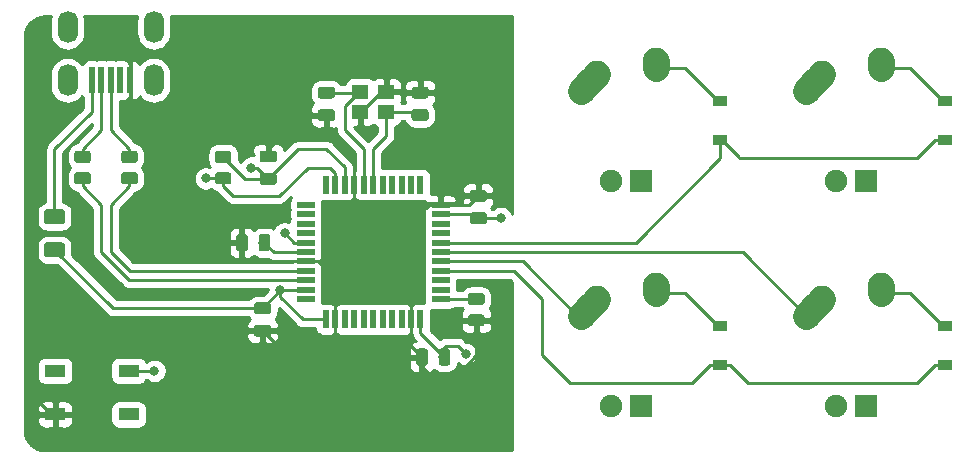
<source format=gbl>
G04 #@! TF.GenerationSoftware,KiCad,Pcbnew,(5.1.4)-1*
G04 #@! TF.CreationDate,2021-01-24T19:33:32+11:00*
G04 #@! TF.ProjectId,aio3 PCB guide,61696f33-2050-4434-9220-67756964652e,rev?*
G04 #@! TF.SameCoordinates,Original*
G04 #@! TF.FileFunction,Copper,L2,Bot*
G04 #@! TF.FilePolarity,Positive*
%FSLAX46Y46*%
G04 Gerber Fmt 4.6, Leading zero omitted, Abs format (unit mm)*
G04 Created by KiCad (PCBNEW (5.1.4)-1) date 2021-01-24 19:33:32*
%MOMM*%
%LPD*%
G04 APERTURE LIST*
%ADD10R,0.500000X2.250000*%
%ADD11O,1.700000X2.700000*%
%ADD12R,1.905000X1.905000*%
%ADD13C,1.905000*%
%ADD14C,2.250000*%
%ADD15C,2.250000*%
%ADD16C,0.100000*%
%ADD17C,1.025000*%
%ADD18R,1.200000X0.900000*%
%ADD19R,1.400000X1.200000*%
%ADD20R,0.550000X1.500000*%
%ADD21R,1.500000X0.550000*%
%ADD22R,1.800000X1.100000*%
%ADD23C,1.250000*%
%ADD24C,1.000000*%
%ADD25C,0.800000*%
%ADD26C,0.254000*%
G04 APERTURE END LIST*
D10*
X84150000Y-50537500D03*
X83350000Y-50537500D03*
X82550000Y-50537500D03*
X81750000Y-50537500D03*
X80950000Y-50537500D03*
D11*
X78900000Y-50537500D03*
X86200000Y-50537500D03*
X86200000Y-46037500D03*
X78900000Y-46037500D03*
D12*
X146526250Y-78105000D03*
D13*
X143986250Y-78105000D03*
D14*
X142756250Y-69025000D03*
X142101251Y-69755000D03*
D15*
X141446250Y-70485000D02*
X142756252Y-69025000D01*
D14*
X147796250Y-67945000D03*
X147776250Y-68235000D03*
D15*
X147756250Y-68525000D02*
X147796250Y-67945000D01*
D16*
G36*
X84612005Y-56519954D02*
G01*
X84636273Y-56523554D01*
X84660072Y-56529515D01*
X84683171Y-56537780D01*
X84705350Y-56548270D01*
X84726393Y-56560882D01*
X84746099Y-56575497D01*
X84764277Y-56591973D01*
X84780753Y-56610151D01*
X84795368Y-56629857D01*
X84807980Y-56650900D01*
X84818470Y-56673079D01*
X84826735Y-56696178D01*
X84832696Y-56719977D01*
X84836296Y-56744245D01*
X84837500Y-56768749D01*
X84837500Y-57293751D01*
X84836296Y-57318255D01*
X84832696Y-57342523D01*
X84826735Y-57366322D01*
X84818470Y-57389421D01*
X84807980Y-57411600D01*
X84795368Y-57432643D01*
X84780753Y-57452349D01*
X84764277Y-57470527D01*
X84746099Y-57487003D01*
X84726393Y-57501618D01*
X84705350Y-57514230D01*
X84683171Y-57524720D01*
X84660072Y-57532985D01*
X84636273Y-57538946D01*
X84612005Y-57542546D01*
X84587501Y-57543750D01*
X83687499Y-57543750D01*
X83662995Y-57542546D01*
X83638727Y-57538946D01*
X83614928Y-57532985D01*
X83591829Y-57524720D01*
X83569650Y-57514230D01*
X83548607Y-57501618D01*
X83528901Y-57487003D01*
X83510723Y-57470527D01*
X83494247Y-57452349D01*
X83479632Y-57432643D01*
X83467020Y-57411600D01*
X83456530Y-57389421D01*
X83448265Y-57366322D01*
X83442304Y-57342523D01*
X83438704Y-57318255D01*
X83437500Y-57293751D01*
X83437500Y-56768749D01*
X83438704Y-56744245D01*
X83442304Y-56719977D01*
X83448265Y-56696178D01*
X83456530Y-56673079D01*
X83467020Y-56650900D01*
X83479632Y-56629857D01*
X83494247Y-56610151D01*
X83510723Y-56591973D01*
X83528901Y-56575497D01*
X83548607Y-56560882D01*
X83569650Y-56548270D01*
X83591829Y-56537780D01*
X83614928Y-56529515D01*
X83638727Y-56523554D01*
X83662995Y-56519954D01*
X83687499Y-56518750D01*
X84587501Y-56518750D01*
X84612005Y-56519954D01*
X84612005Y-56519954D01*
G37*
D17*
X84137500Y-57031250D03*
D16*
G36*
X84612005Y-58344954D02*
G01*
X84636273Y-58348554D01*
X84660072Y-58354515D01*
X84683171Y-58362780D01*
X84705350Y-58373270D01*
X84726393Y-58385882D01*
X84746099Y-58400497D01*
X84764277Y-58416973D01*
X84780753Y-58435151D01*
X84795368Y-58454857D01*
X84807980Y-58475900D01*
X84818470Y-58498079D01*
X84826735Y-58521178D01*
X84832696Y-58544977D01*
X84836296Y-58569245D01*
X84837500Y-58593749D01*
X84837500Y-59118751D01*
X84836296Y-59143255D01*
X84832696Y-59167523D01*
X84826735Y-59191322D01*
X84818470Y-59214421D01*
X84807980Y-59236600D01*
X84795368Y-59257643D01*
X84780753Y-59277349D01*
X84764277Y-59295527D01*
X84746099Y-59312003D01*
X84726393Y-59326618D01*
X84705350Y-59339230D01*
X84683171Y-59349720D01*
X84660072Y-59357985D01*
X84636273Y-59363946D01*
X84612005Y-59367546D01*
X84587501Y-59368750D01*
X83687499Y-59368750D01*
X83662995Y-59367546D01*
X83638727Y-59363946D01*
X83614928Y-59357985D01*
X83591829Y-59349720D01*
X83569650Y-59339230D01*
X83548607Y-59326618D01*
X83528901Y-59312003D01*
X83510723Y-59295527D01*
X83494247Y-59277349D01*
X83479632Y-59257643D01*
X83467020Y-59236600D01*
X83456530Y-59214421D01*
X83448265Y-59191322D01*
X83442304Y-59167523D01*
X83438704Y-59143255D01*
X83437500Y-59118751D01*
X83437500Y-58593749D01*
X83438704Y-58569245D01*
X83442304Y-58544977D01*
X83448265Y-58521178D01*
X83456530Y-58498079D01*
X83467020Y-58475900D01*
X83479632Y-58454857D01*
X83494247Y-58435151D01*
X83510723Y-58416973D01*
X83528901Y-58400497D01*
X83548607Y-58385882D01*
X83569650Y-58373270D01*
X83591829Y-58362780D01*
X83614928Y-58354515D01*
X83638727Y-58348554D01*
X83662995Y-58344954D01*
X83687499Y-58343750D01*
X84587501Y-58343750D01*
X84612005Y-58344954D01*
X84612005Y-58344954D01*
G37*
D17*
X84137500Y-58856250D03*
D16*
G36*
X80643255Y-56519954D02*
G01*
X80667523Y-56523554D01*
X80691322Y-56529515D01*
X80714421Y-56537780D01*
X80736600Y-56548270D01*
X80757643Y-56560882D01*
X80777349Y-56575497D01*
X80795527Y-56591973D01*
X80812003Y-56610151D01*
X80826618Y-56629857D01*
X80839230Y-56650900D01*
X80849720Y-56673079D01*
X80857985Y-56696178D01*
X80863946Y-56719977D01*
X80867546Y-56744245D01*
X80868750Y-56768749D01*
X80868750Y-57293751D01*
X80867546Y-57318255D01*
X80863946Y-57342523D01*
X80857985Y-57366322D01*
X80849720Y-57389421D01*
X80839230Y-57411600D01*
X80826618Y-57432643D01*
X80812003Y-57452349D01*
X80795527Y-57470527D01*
X80777349Y-57487003D01*
X80757643Y-57501618D01*
X80736600Y-57514230D01*
X80714421Y-57524720D01*
X80691322Y-57532985D01*
X80667523Y-57538946D01*
X80643255Y-57542546D01*
X80618751Y-57543750D01*
X79718749Y-57543750D01*
X79694245Y-57542546D01*
X79669977Y-57538946D01*
X79646178Y-57532985D01*
X79623079Y-57524720D01*
X79600900Y-57514230D01*
X79579857Y-57501618D01*
X79560151Y-57487003D01*
X79541973Y-57470527D01*
X79525497Y-57452349D01*
X79510882Y-57432643D01*
X79498270Y-57411600D01*
X79487780Y-57389421D01*
X79479515Y-57366322D01*
X79473554Y-57342523D01*
X79469954Y-57318255D01*
X79468750Y-57293751D01*
X79468750Y-56768749D01*
X79469954Y-56744245D01*
X79473554Y-56719977D01*
X79479515Y-56696178D01*
X79487780Y-56673079D01*
X79498270Y-56650900D01*
X79510882Y-56629857D01*
X79525497Y-56610151D01*
X79541973Y-56591973D01*
X79560151Y-56575497D01*
X79579857Y-56560882D01*
X79600900Y-56548270D01*
X79623079Y-56537780D01*
X79646178Y-56529515D01*
X79669977Y-56523554D01*
X79694245Y-56519954D01*
X79718749Y-56518750D01*
X80618751Y-56518750D01*
X80643255Y-56519954D01*
X80643255Y-56519954D01*
G37*
D17*
X80168750Y-57031250D03*
D16*
G36*
X80643255Y-58344954D02*
G01*
X80667523Y-58348554D01*
X80691322Y-58354515D01*
X80714421Y-58362780D01*
X80736600Y-58373270D01*
X80757643Y-58385882D01*
X80777349Y-58400497D01*
X80795527Y-58416973D01*
X80812003Y-58435151D01*
X80826618Y-58454857D01*
X80839230Y-58475900D01*
X80849720Y-58498079D01*
X80857985Y-58521178D01*
X80863946Y-58544977D01*
X80867546Y-58569245D01*
X80868750Y-58593749D01*
X80868750Y-59118751D01*
X80867546Y-59143255D01*
X80863946Y-59167523D01*
X80857985Y-59191322D01*
X80849720Y-59214421D01*
X80839230Y-59236600D01*
X80826618Y-59257643D01*
X80812003Y-59277349D01*
X80795527Y-59295527D01*
X80777349Y-59312003D01*
X80757643Y-59326618D01*
X80736600Y-59339230D01*
X80714421Y-59349720D01*
X80691322Y-59357985D01*
X80667523Y-59363946D01*
X80643255Y-59367546D01*
X80618751Y-59368750D01*
X79718749Y-59368750D01*
X79694245Y-59367546D01*
X79669977Y-59363946D01*
X79646178Y-59357985D01*
X79623079Y-59349720D01*
X79600900Y-59339230D01*
X79579857Y-59326618D01*
X79560151Y-59312003D01*
X79541973Y-59295527D01*
X79525497Y-59277349D01*
X79510882Y-59257643D01*
X79498270Y-59236600D01*
X79487780Y-59214421D01*
X79479515Y-59191322D01*
X79473554Y-59167523D01*
X79469954Y-59143255D01*
X79468750Y-59118751D01*
X79468750Y-58593749D01*
X79469954Y-58569245D01*
X79473554Y-58544977D01*
X79479515Y-58521178D01*
X79487780Y-58498079D01*
X79498270Y-58475900D01*
X79510882Y-58454857D01*
X79525497Y-58435151D01*
X79541973Y-58416973D01*
X79560151Y-58400497D01*
X79579857Y-58385882D01*
X79600900Y-58373270D01*
X79623079Y-58362780D01*
X79646178Y-58354515D01*
X79669977Y-58348554D01*
X79694245Y-58344954D01*
X79718749Y-58343750D01*
X80618751Y-58343750D01*
X80643255Y-58344954D01*
X80643255Y-58344954D01*
G37*
D17*
X80168750Y-58856250D03*
D12*
X127476250Y-78105000D03*
D13*
X124936250Y-78105000D03*
D14*
X123706250Y-69025000D03*
X123051251Y-69755000D03*
D15*
X122396250Y-70485000D02*
X123706252Y-69025000D01*
D14*
X128746250Y-67945000D03*
X128726250Y-68235000D03*
D15*
X128706250Y-68525000D02*
X128746250Y-67945000D01*
D12*
X127476250Y-59055000D03*
D13*
X124936250Y-59055000D03*
D14*
X123706250Y-49975000D03*
X123051251Y-50705000D03*
D15*
X122396250Y-51435000D02*
X123706252Y-49975000D01*
D14*
X128746250Y-48895000D03*
X128726250Y-49185000D03*
D15*
X128706250Y-49475000D02*
X128746250Y-48895000D01*
D12*
X146526250Y-59055000D03*
D13*
X143986250Y-59055000D03*
D14*
X142756250Y-49975000D03*
X142101251Y-50705000D03*
D15*
X141446250Y-51435000D02*
X142756252Y-49975000D01*
D14*
X147796250Y-48895000D03*
X147776250Y-49185000D03*
D15*
X147756250Y-49475000D02*
X147796250Y-48895000D01*
D18*
X153193750Y-71375000D03*
X153193750Y-74675000D03*
X134143750Y-52325000D03*
X134143750Y-55625000D03*
X153193750Y-52325000D03*
X153193750Y-55625000D03*
X134143750Y-71375000D03*
X134143750Y-74675000D03*
D19*
X105875000Y-51537500D03*
X103675000Y-51537500D03*
X103675000Y-53237500D03*
X105875000Y-53237500D03*
D20*
X100775000Y-70787500D03*
X101575000Y-70787500D03*
X102375000Y-70787500D03*
X103175000Y-70787500D03*
X103975000Y-70787500D03*
X104775000Y-70787500D03*
X105575000Y-70787500D03*
X106375000Y-70787500D03*
X107175000Y-70787500D03*
X107975000Y-70787500D03*
X108775000Y-70787500D03*
D21*
X110475000Y-69087500D03*
X110475000Y-68287500D03*
X110475000Y-67487500D03*
X110475000Y-66687500D03*
X110475000Y-65887500D03*
X110475000Y-65087500D03*
X110475000Y-64287500D03*
X110475000Y-63487500D03*
X110475000Y-62687500D03*
X110475000Y-61887500D03*
X110475000Y-61087500D03*
D20*
X108775000Y-59387500D03*
X107975000Y-59387500D03*
X107175000Y-59387500D03*
X106375000Y-59387500D03*
X105575000Y-59387500D03*
X104775000Y-59387500D03*
X103975000Y-59387500D03*
X103175000Y-59387500D03*
X102375000Y-59387500D03*
X101575000Y-59387500D03*
X100775000Y-59387500D03*
D21*
X99075000Y-61087500D03*
X99075000Y-61887500D03*
X99075000Y-62687500D03*
X99075000Y-63487500D03*
X99075000Y-64287500D03*
X99075000Y-65087500D03*
X99075000Y-65887500D03*
X99075000Y-66687500D03*
X99075000Y-67487500D03*
X99075000Y-68287500D03*
X99075000Y-69087500D03*
D22*
X84062500Y-78843750D03*
X77862500Y-75143750D03*
X84062500Y-75143750D03*
X77862500Y-78843750D03*
D16*
G36*
X113980755Y-68544954D02*
G01*
X114005023Y-68548554D01*
X114028822Y-68554515D01*
X114051921Y-68562780D01*
X114074100Y-68573270D01*
X114095143Y-68585882D01*
X114114849Y-68600497D01*
X114133027Y-68616973D01*
X114149503Y-68635151D01*
X114164118Y-68654857D01*
X114176730Y-68675900D01*
X114187220Y-68698079D01*
X114195485Y-68721178D01*
X114201446Y-68744977D01*
X114205046Y-68769245D01*
X114206250Y-68793749D01*
X114206250Y-69318751D01*
X114205046Y-69343255D01*
X114201446Y-69367523D01*
X114195485Y-69391322D01*
X114187220Y-69414421D01*
X114176730Y-69436600D01*
X114164118Y-69457643D01*
X114149503Y-69477349D01*
X114133027Y-69495527D01*
X114114849Y-69512003D01*
X114095143Y-69526618D01*
X114074100Y-69539230D01*
X114051921Y-69549720D01*
X114028822Y-69557985D01*
X114005023Y-69563946D01*
X113980755Y-69567546D01*
X113956251Y-69568750D01*
X113056249Y-69568750D01*
X113031745Y-69567546D01*
X113007477Y-69563946D01*
X112983678Y-69557985D01*
X112960579Y-69549720D01*
X112938400Y-69539230D01*
X112917357Y-69526618D01*
X112897651Y-69512003D01*
X112879473Y-69495527D01*
X112862997Y-69477349D01*
X112848382Y-69457643D01*
X112835770Y-69436600D01*
X112825280Y-69414421D01*
X112817015Y-69391322D01*
X112811054Y-69367523D01*
X112807454Y-69343255D01*
X112806250Y-69318751D01*
X112806250Y-68793749D01*
X112807454Y-68769245D01*
X112811054Y-68744977D01*
X112817015Y-68721178D01*
X112825280Y-68698079D01*
X112835770Y-68675900D01*
X112848382Y-68654857D01*
X112862997Y-68635151D01*
X112879473Y-68616973D01*
X112897651Y-68600497D01*
X112917357Y-68585882D01*
X112938400Y-68573270D01*
X112960579Y-68562780D01*
X112983678Y-68554515D01*
X113007477Y-68548554D01*
X113031745Y-68544954D01*
X113056249Y-68543750D01*
X113956251Y-68543750D01*
X113980755Y-68544954D01*
X113980755Y-68544954D01*
G37*
D17*
X113506250Y-69056250D03*
D16*
G36*
X113980755Y-70369954D02*
G01*
X114005023Y-70373554D01*
X114028822Y-70379515D01*
X114051921Y-70387780D01*
X114074100Y-70398270D01*
X114095143Y-70410882D01*
X114114849Y-70425497D01*
X114133027Y-70441973D01*
X114149503Y-70460151D01*
X114164118Y-70479857D01*
X114176730Y-70500900D01*
X114187220Y-70523079D01*
X114195485Y-70546178D01*
X114201446Y-70569977D01*
X114205046Y-70594245D01*
X114206250Y-70618749D01*
X114206250Y-71143751D01*
X114205046Y-71168255D01*
X114201446Y-71192523D01*
X114195485Y-71216322D01*
X114187220Y-71239421D01*
X114176730Y-71261600D01*
X114164118Y-71282643D01*
X114149503Y-71302349D01*
X114133027Y-71320527D01*
X114114849Y-71337003D01*
X114095143Y-71351618D01*
X114074100Y-71364230D01*
X114051921Y-71374720D01*
X114028822Y-71382985D01*
X114005023Y-71388946D01*
X113980755Y-71392546D01*
X113956251Y-71393750D01*
X113056249Y-71393750D01*
X113031745Y-71392546D01*
X113007477Y-71388946D01*
X112983678Y-71382985D01*
X112960579Y-71374720D01*
X112938400Y-71364230D01*
X112917357Y-71351618D01*
X112897651Y-71337003D01*
X112879473Y-71320527D01*
X112862997Y-71302349D01*
X112848382Y-71282643D01*
X112835770Y-71261600D01*
X112825280Y-71239421D01*
X112817015Y-71216322D01*
X112811054Y-71192523D01*
X112807454Y-71168255D01*
X112806250Y-71143751D01*
X112806250Y-70618749D01*
X112807454Y-70594245D01*
X112811054Y-70569977D01*
X112817015Y-70546178D01*
X112825280Y-70523079D01*
X112835770Y-70500900D01*
X112848382Y-70479857D01*
X112862997Y-70460151D01*
X112879473Y-70441973D01*
X112897651Y-70425497D01*
X112917357Y-70410882D01*
X112938400Y-70398270D01*
X112960579Y-70387780D01*
X112983678Y-70379515D01*
X113007477Y-70373554D01*
X113031745Y-70369954D01*
X113056249Y-70368750D01*
X113956251Y-70368750D01*
X113980755Y-70369954D01*
X113980755Y-70369954D01*
G37*
D17*
X113506250Y-70881250D03*
D16*
G36*
X92549505Y-58344954D02*
G01*
X92573773Y-58348554D01*
X92597572Y-58354515D01*
X92620671Y-58362780D01*
X92642850Y-58373270D01*
X92663893Y-58385882D01*
X92683599Y-58400497D01*
X92701777Y-58416973D01*
X92718253Y-58435151D01*
X92732868Y-58454857D01*
X92745480Y-58475900D01*
X92755970Y-58498079D01*
X92764235Y-58521178D01*
X92770196Y-58544977D01*
X92773796Y-58569245D01*
X92775000Y-58593749D01*
X92775000Y-59118751D01*
X92773796Y-59143255D01*
X92770196Y-59167523D01*
X92764235Y-59191322D01*
X92755970Y-59214421D01*
X92745480Y-59236600D01*
X92732868Y-59257643D01*
X92718253Y-59277349D01*
X92701777Y-59295527D01*
X92683599Y-59312003D01*
X92663893Y-59326618D01*
X92642850Y-59339230D01*
X92620671Y-59349720D01*
X92597572Y-59357985D01*
X92573773Y-59363946D01*
X92549505Y-59367546D01*
X92525001Y-59368750D01*
X91624999Y-59368750D01*
X91600495Y-59367546D01*
X91576227Y-59363946D01*
X91552428Y-59357985D01*
X91529329Y-59349720D01*
X91507150Y-59339230D01*
X91486107Y-59326618D01*
X91466401Y-59312003D01*
X91448223Y-59295527D01*
X91431747Y-59277349D01*
X91417132Y-59257643D01*
X91404520Y-59236600D01*
X91394030Y-59214421D01*
X91385765Y-59191322D01*
X91379804Y-59167523D01*
X91376204Y-59143255D01*
X91375000Y-59118751D01*
X91375000Y-58593749D01*
X91376204Y-58569245D01*
X91379804Y-58544977D01*
X91385765Y-58521178D01*
X91394030Y-58498079D01*
X91404520Y-58475900D01*
X91417132Y-58454857D01*
X91431747Y-58435151D01*
X91448223Y-58416973D01*
X91466401Y-58400497D01*
X91486107Y-58385882D01*
X91507150Y-58373270D01*
X91529329Y-58362780D01*
X91552428Y-58354515D01*
X91576227Y-58348554D01*
X91600495Y-58344954D01*
X91624999Y-58343750D01*
X92525001Y-58343750D01*
X92549505Y-58344954D01*
X92549505Y-58344954D01*
G37*
D17*
X92075000Y-58856250D03*
D16*
G36*
X92549505Y-56519954D02*
G01*
X92573773Y-56523554D01*
X92597572Y-56529515D01*
X92620671Y-56537780D01*
X92642850Y-56548270D01*
X92663893Y-56560882D01*
X92683599Y-56575497D01*
X92701777Y-56591973D01*
X92718253Y-56610151D01*
X92732868Y-56629857D01*
X92745480Y-56650900D01*
X92755970Y-56673079D01*
X92764235Y-56696178D01*
X92770196Y-56719977D01*
X92773796Y-56744245D01*
X92775000Y-56768749D01*
X92775000Y-57293751D01*
X92773796Y-57318255D01*
X92770196Y-57342523D01*
X92764235Y-57366322D01*
X92755970Y-57389421D01*
X92745480Y-57411600D01*
X92732868Y-57432643D01*
X92718253Y-57452349D01*
X92701777Y-57470527D01*
X92683599Y-57487003D01*
X92663893Y-57501618D01*
X92642850Y-57514230D01*
X92620671Y-57524720D01*
X92597572Y-57532985D01*
X92573773Y-57538946D01*
X92549505Y-57542546D01*
X92525001Y-57543750D01*
X91624999Y-57543750D01*
X91600495Y-57542546D01*
X91576227Y-57538946D01*
X91552428Y-57532985D01*
X91529329Y-57524720D01*
X91507150Y-57514230D01*
X91486107Y-57501618D01*
X91466401Y-57487003D01*
X91448223Y-57470527D01*
X91431747Y-57452349D01*
X91417132Y-57432643D01*
X91404520Y-57411600D01*
X91394030Y-57389421D01*
X91385765Y-57366322D01*
X91379804Y-57342523D01*
X91376204Y-57318255D01*
X91375000Y-57293751D01*
X91375000Y-56768749D01*
X91376204Y-56744245D01*
X91379804Y-56719977D01*
X91385765Y-56696178D01*
X91394030Y-56673079D01*
X91404520Y-56650900D01*
X91417132Y-56629857D01*
X91431747Y-56610151D01*
X91448223Y-56591973D01*
X91466401Y-56575497D01*
X91486107Y-56560882D01*
X91507150Y-56548270D01*
X91529329Y-56537780D01*
X91552428Y-56529515D01*
X91576227Y-56523554D01*
X91600495Y-56519954D01*
X91624999Y-56518750D01*
X92525001Y-56518750D01*
X92549505Y-56519954D01*
X92549505Y-56519954D01*
G37*
D17*
X92075000Y-57031250D03*
D16*
G36*
X78437004Y-64276204D02*
G01*
X78461273Y-64279804D01*
X78485071Y-64285765D01*
X78508171Y-64294030D01*
X78530349Y-64304520D01*
X78551393Y-64317133D01*
X78571098Y-64331747D01*
X78589277Y-64348223D01*
X78605753Y-64366402D01*
X78620367Y-64386107D01*
X78632980Y-64407151D01*
X78643470Y-64429329D01*
X78651735Y-64452429D01*
X78657696Y-64476227D01*
X78661296Y-64500496D01*
X78662500Y-64525000D01*
X78662500Y-65275000D01*
X78661296Y-65299504D01*
X78657696Y-65323773D01*
X78651735Y-65347571D01*
X78643470Y-65370671D01*
X78632980Y-65392849D01*
X78620367Y-65413893D01*
X78605753Y-65433598D01*
X78589277Y-65451777D01*
X78571098Y-65468253D01*
X78551393Y-65482867D01*
X78530349Y-65495480D01*
X78508171Y-65505970D01*
X78485071Y-65514235D01*
X78461273Y-65520196D01*
X78437004Y-65523796D01*
X78412500Y-65525000D01*
X77162500Y-65525000D01*
X77137996Y-65523796D01*
X77113727Y-65520196D01*
X77089929Y-65514235D01*
X77066829Y-65505970D01*
X77044651Y-65495480D01*
X77023607Y-65482867D01*
X77003902Y-65468253D01*
X76985723Y-65451777D01*
X76969247Y-65433598D01*
X76954633Y-65413893D01*
X76942020Y-65392849D01*
X76931530Y-65370671D01*
X76923265Y-65347571D01*
X76917304Y-65323773D01*
X76913704Y-65299504D01*
X76912500Y-65275000D01*
X76912500Y-64525000D01*
X76913704Y-64500496D01*
X76917304Y-64476227D01*
X76923265Y-64452429D01*
X76931530Y-64429329D01*
X76942020Y-64407151D01*
X76954633Y-64386107D01*
X76969247Y-64366402D01*
X76985723Y-64348223D01*
X77003902Y-64331747D01*
X77023607Y-64317133D01*
X77044651Y-64304520D01*
X77066829Y-64294030D01*
X77089929Y-64285765D01*
X77113727Y-64279804D01*
X77137996Y-64276204D01*
X77162500Y-64275000D01*
X78412500Y-64275000D01*
X78437004Y-64276204D01*
X78437004Y-64276204D01*
G37*
D23*
X77787500Y-64900000D03*
D16*
G36*
X78437004Y-61476204D02*
G01*
X78461273Y-61479804D01*
X78485071Y-61485765D01*
X78508171Y-61494030D01*
X78530349Y-61504520D01*
X78551393Y-61517133D01*
X78571098Y-61531747D01*
X78589277Y-61548223D01*
X78605753Y-61566402D01*
X78620367Y-61586107D01*
X78632980Y-61607151D01*
X78643470Y-61629329D01*
X78651735Y-61652429D01*
X78657696Y-61676227D01*
X78661296Y-61700496D01*
X78662500Y-61725000D01*
X78662500Y-62475000D01*
X78661296Y-62499504D01*
X78657696Y-62523773D01*
X78651735Y-62547571D01*
X78643470Y-62570671D01*
X78632980Y-62592849D01*
X78620367Y-62613893D01*
X78605753Y-62633598D01*
X78589277Y-62651777D01*
X78571098Y-62668253D01*
X78551393Y-62682867D01*
X78530349Y-62695480D01*
X78508171Y-62705970D01*
X78485071Y-62714235D01*
X78461273Y-62720196D01*
X78437004Y-62723796D01*
X78412500Y-62725000D01*
X77162500Y-62725000D01*
X77137996Y-62723796D01*
X77113727Y-62720196D01*
X77089929Y-62714235D01*
X77066829Y-62705970D01*
X77044651Y-62695480D01*
X77023607Y-62682867D01*
X77003902Y-62668253D01*
X76985723Y-62651777D01*
X76969247Y-62633598D01*
X76954633Y-62613893D01*
X76942020Y-62592849D01*
X76931530Y-62570671D01*
X76923265Y-62547571D01*
X76917304Y-62523773D01*
X76913704Y-62499504D01*
X76912500Y-62475000D01*
X76912500Y-61725000D01*
X76913704Y-61700496D01*
X76917304Y-61676227D01*
X76923265Y-61652429D01*
X76931530Y-61629329D01*
X76942020Y-61607151D01*
X76954633Y-61586107D01*
X76969247Y-61566402D01*
X76985723Y-61548223D01*
X77003902Y-61531747D01*
X77023607Y-61517133D01*
X77044651Y-61504520D01*
X77066829Y-61494030D01*
X77089929Y-61485765D01*
X77113727Y-61479804D01*
X77137996Y-61476204D01*
X77162500Y-61475000D01*
X78412500Y-61475000D01*
X78437004Y-61476204D01*
X78437004Y-61476204D01*
G37*
D23*
X77787500Y-62100000D03*
D16*
G36*
X95908254Y-71256204D02*
G01*
X95932523Y-71259804D01*
X95956321Y-71265765D01*
X95979421Y-71274030D01*
X96001599Y-71284520D01*
X96022643Y-71297133D01*
X96042348Y-71311747D01*
X96060527Y-71328223D01*
X96077003Y-71346402D01*
X96091617Y-71366107D01*
X96104230Y-71387151D01*
X96114720Y-71409329D01*
X96122985Y-71432429D01*
X96128946Y-71456227D01*
X96132546Y-71480496D01*
X96133750Y-71505000D01*
X96133750Y-72005000D01*
X96132546Y-72029504D01*
X96128946Y-72053773D01*
X96122985Y-72077571D01*
X96114720Y-72100671D01*
X96104230Y-72122849D01*
X96091617Y-72143893D01*
X96077003Y-72163598D01*
X96060527Y-72181777D01*
X96042348Y-72198253D01*
X96022643Y-72212867D01*
X96001599Y-72225480D01*
X95979421Y-72235970D01*
X95956321Y-72244235D01*
X95932523Y-72250196D01*
X95908254Y-72253796D01*
X95883750Y-72255000D01*
X94933750Y-72255000D01*
X94909246Y-72253796D01*
X94884977Y-72250196D01*
X94861179Y-72244235D01*
X94838079Y-72235970D01*
X94815901Y-72225480D01*
X94794857Y-72212867D01*
X94775152Y-72198253D01*
X94756973Y-72181777D01*
X94740497Y-72163598D01*
X94725883Y-72143893D01*
X94713270Y-72122849D01*
X94702780Y-72100671D01*
X94694515Y-72077571D01*
X94688554Y-72053773D01*
X94684954Y-72029504D01*
X94683750Y-72005000D01*
X94683750Y-71505000D01*
X94684954Y-71480496D01*
X94688554Y-71456227D01*
X94694515Y-71432429D01*
X94702780Y-71409329D01*
X94713270Y-71387151D01*
X94725883Y-71366107D01*
X94740497Y-71346402D01*
X94756973Y-71328223D01*
X94775152Y-71311747D01*
X94794857Y-71297133D01*
X94815901Y-71284520D01*
X94838079Y-71274030D01*
X94861179Y-71265765D01*
X94884977Y-71259804D01*
X94909246Y-71256204D01*
X94933750Y-71255000D01*
X95883750Y-71255000D01*
X95908254Y-71256204D01*
X95908254Y-71256204D01*
G37*
D24*
X95408750Y-71755000D03*
D16*
G36*
X95908254Y-69356204D02*
G01*
X95932523Y-69359804D01*
X95956321Y-69365765D01*
X95979421Y-69374030D01*
X96001599Y-69384520D01*
X96022643Y-69397133D01*
X96042348Y-69411747D01*
X96060527Y-69428223D01*
X96077003Y-69446402D01*
X96091617Y-69466107D01*
X96104230Y-69487151D01*
X96114720Y-69509329D01*
X96122985Y-69532429D01*
X96128946Y-69556227D01*
X96132546Y-69580496D01*
X96133750Y-69605000D01*
X96133750Y-70105000D01*
X96132546Y-70129504D01*
X96128946Y-70153773D01*
X96122985Y-70177571D01*
X96114720Y-70200671D01*
X96104230Y-70222849D01*
X96091617Y-70243893D01*
X96077003Y-70263598D01*
X96060527Y-70281777D01*
X96042348Y-70298253D01*
X96022643Y-70312867D01*
X96001599Y-70325480D01*
X95979421Y-70335970D01*
X95956321Y-70344235D01*
X95932523Y-70350196D01*
X95908254Y-70353796D01*
X95883750Y-70355000D01*
X94933750Y-70355000D01*
X94909246Y-70353796D01*
X94884977Y-70350196D01*
X94861179Y-70344235D01*
X94838079Y-70335970D01*
X94815901Y-70325480D01*
X94794857Y-70312867D01*
X94775152Y-70298253D01*
X94756973Y-70281777D01*
X94740497Y-70263598D01*
X94725883Y-70243893D01*
X94713270Y-70222849D01*
X94702780Y-70200671D01*
X94694515Y-70177571D01*
X94688554Y-70153773D01*
X94684954Y-70129504D01*
X94683750Y-70105000D01*
X94683750Y-69605000D01*
X94684954Y-69580496D01*
X94688554Y-69556227D01*
X94694515Y-69532429D01*
X94702780Y-69509329D01*
X94713270Y-69487151D01*
X94725883Y-69466107D01*
X94740497Y-69446402D01*
X94756973Y-69428223D01*
X94775152Y-69411747D01*
X94794857Y-69397133D01*
X94815901Y-69384520D01*
X94838079Y-69374030D01*
X94861179Y-69365765D01*
X94884977Y-69359804D01*
X94909246Y-69356204D01*
X94933750Y-69355000D01*
X95883750Y-69355000D01*
X95908254Y-69356204D01*
X95908254Y-69356204D01*
G37*
D24*
X95408750Y-69855000D03*
D16*
G36*
X109179504Y-73253704D02*
G01*
X109203773Y-73257304D01*
X109227571Y-73263265D01*
X109250671Y-73271530D01*
X109272849Y-73282020D01*
X109293893Y-73294633D01*
X109313598Y-73309247D01*
X109331777Y-73325723D01*
X109348253Y-73343902D01*
X109362867Y-73363607D01*
X109375480Y-73384651D01*
X109385970Y-73406829D01*
X109394235Y-73429929D01*
X109400196Y-73453727D01*
X109403796Y-73477996D01*
X109405000Y-73502500D01*
X109405000Y-74452500D01*
X109403796Y-74477004D01*
X109400196Y-74501273D01*
X109394235Y-74525071D01*
X109385970Y-74548171D01*
X109375480Y-74570349D01*
X109362867Y-74591393D01*
X109348253Y-74611098D01*
X109331777Y-74629277D01*
X109313598Y-74645753D01*
X109293893Y-74660367D01*
X109272849Y-74672980D01*
X109250671Y-74683470D01*
X109227571Y-74691735D01*
X109203773Y-74697696D01*
X109179504Y-74701296D01*
X109155000Y-74702500D01*
X108655000Y-74702500D01*
X108630496Y-74701296D01*
X108606227Y-74697696D01*
X108582429Y-74691735D01*
X108559329Y-74683470D01*
X108537151Y-74672980D01*
X108516107Y-74660367D01*
X108496402Y-74645753D01*
X108478223Y-74629277D01*
X108461747Y-74611098D01*
X108447133Y-74591393D01*
X108434520Y-74570349D01*
X108424030Y-74548171D01*
X108415765Y-74525071D01*
X108409804Y-74501273D01*
X108406204Y-74477004D01*
X108405000Y-74452500D01*
X108405000Y-73502500D01*
X108406204Y-73477996D01*
X108409804Y-73453727D01*
X108415765Y-73429929D01*
X108424030Y-73406829D01*
X108434520Y-73384651D01*
X108447133Y-73363607D01*
X108461747Y-73343902D01*
X108478223Y-73325723D01*
X108496402Y-73309247D01*
X108516107Y-73294633D01*
X108537151Y-73282020D01*
X108559329Y-73271530D01*
X108582429Y-73263265D01*
X108606227Y-73257304D01*
X108630496Y-73253704D01*
X108655000Y-73252500D01*
X109155000Y-73252500D01*
X109179504Y-73253704D01*
X109179504Y-73253704D01*
G37*
D24*
X108905000Y-73977500D03*
D16*
G36*
X111079504Y-73253704D02*
G01*
X111103773Y-73257304D01*
X111127571Y-73263265D01*
X111150671Y-73271530D01*
X111172849Y-73282020D01*
X111193893Y-73294633D01*
X111213598Y-73309247D01*
X111231777Y-73325723D01*
X111248253Y-73343902D01*
X111262867Y-73363607D01*
X111275480Y-73384651D01*
X111285970Y-73406829D01*
X111294235Y-73429929D01*
X111300196Y-73453727D01*
X111303796Y-73477996D01*
X111305000Y-73502500D01*
X111305000Y-74452500D01*
X111303796Y-74477004D01*
X111300196Y-74501273D01*
X111294235Y-74525071D01*
X111285970Y-74548171D01*
X111275480Y-74570349D01*
X111262867Y-74591393D01*
X111248253Y-74611098D01*
X111231777Y-74629277D01*
X111213598Y-74645753D01*
X111193893Y-74660367D01*
X111172849Y-74672980D01*
X111150671Y-74683470D01*
X111127571Y-74691735D01*
X111103773Y-74697696D01*
X111079504Y-74701296D01*
X111055000Y-74702500D01*
X110555000Y-74702500D01*
X110530496Y-74701296D01*
X110506227Y-74697696D01*
X110482429Y-74691735D01*
X110459329Y-74683470D01*
X110437151Y-74672980D01*
X110416107Y-74660367D01*
X110396402Y-74645753D01*
X110378223Y-74629277D01*
X110361747Y-74611098D01*
X110347133Y-74591393D01*
X110334520Y-74570349D01*
X110324030Y-74548171D01*
X110315765Y-74525071D01*
X110309804Y-74501273D01*
X110306204Y-74477004D01*
X110305000Y-74452500D01*
X110305000Y-73502500D01*
X110306204Y-73477996D01*
X110309804Y-73453727D01*
X110315765Y-73429929D01*
X110324030Y-73406829D01*
X110334520Y-73384651D01*
X110347133Y-73363607D01*
X110361747Y-73343902D01*
X110378223Y-73325723D01*
X110396402Y-73309247D01*
X110416107Y-73294633D01*
X110437151Y-73282020D01*
X110459329Y-73271530D01*
X110482429Y-73263265D01*
X110506227Y-73257304D01*
X110530496Y-73253704D01*
X110555000Y-73252500D01*
X111055000Y-73252500D01*
X111079504Y-73253704D01*
X111079504Y-73253704D01*
G37*
D24*
X110805000Y-73977500D03*
D16*
G36*
X114164504Y-59828704D02*
G01*
X114188773Y-59832304D01*
X114212571Y-59838265D01*
X114235671Y-59846530D01*
X114257849Y-59857020D01*
X114278893Y-59869633D01*
X114298598Y-59884247D01*
X114316777Y-59900723D01*
X114333253Y-59918902D01*
X114347867Y-59938607D01*
X114360480Y-59959651D01*
X114370970Y-59981829D01*
X114379235Y-60004929D01*
X114385196Y-60028727D01*
X114388796Y-60052996D01*
X114390000Y-60077500D01*
X114390000Y-60577500D01*
X114388796Y-60602004D01*
X114385196Y-60626273D01*
X114379235Y-60650071D01*
X114370970Y-60673171D01*
X114360480Y-60695349D01*
X114347867Y-60716393D01*
X114333253Y-60736098D01*
X114316777Y-60754277D01*
X114298598Y-60770753D01*
X114278893Y-60785367D01*
X114257849Y-60797980D01*
X114235671Y-60808470D01*
X114212571Y-60816735D01*
X114188773Y-60822696D01*
X114164504Y-60826296D01*
X114140000Y-60827500D01*
X113190000Y-60827500D01*
X113165496Y-60826296D01*
X113141227Y-60822696D01*
X113117429Y-60816735D01*
X113094329Y-60808470D01*
X113072151Y-60797980D01*
X113051107Y-60785367D01*
X113031402Y-60770753D01*
X113013223Y-60754277D01*
X112996747Y-60736098D01*
X112982133Y-60716393D01*
X112969520Y-60695349D01*
X112959030Y-60673171D01*
X112950765Y-60650071D01*
X112944804Y-60626273D01*
X112941204Y-60602004D01*
X112940000Y-60577500D01*
X112940000Y-60077500D01*
X112941204Y-60052996D01*
X112944804Y-60028727D01*
X112950765Y-60004929D01*
X112959030Y-59981829D01*
X112969520Y-59959651D01*
X112982133Y-59938607D01*
X112996747Y-59918902D01*
X113013223Y-59900723D01*
X113031402Y-59884247D01*
X113051107Y-59869633D01*
X113072151Y-59857020D01*
X113094329Y-59846530D01*
X113117429Y-59838265D01*
X113141227Y-59832304D01*
X113165496Y-59828704D01*
X113190000Y-59827500D01*
X114140000Y-59827500D01*
X114164504Y-59828704D01*
X114164504Y-59828704D01*
G37*
D24*
X113665000Y-60327500D03*
D16*
G36*
X114164504Y-61728704D02*
G01*
X114188773Y-61732304D01*
X114212571Y-61738265D01*
X114235671Y-61746530D01*
X114257849Y-61757020D01*
X114278893Y-61769633D01*
X114298598Y-61784247D01*
X114316777Y-61800723D01*
X114333253Y-61818902D01*
X114347867Y-61838607D01*
X114360480Y-61859651D01*
X114370970Y-61881829D01*
X114379235Y-61904929D01*
X114385196Y-61928727D01*
X114388796Y-61952996D01*
X114390000Y-61977500D01*
X114390000Y-62477500D01*
X114388796Y-62502004D01*
X114385196Y-62526273D01*
X114379235Y-62550071D01*
X114370970Y-62573171D01*
X114360480Y-62595349D01*
X114347867Y-62616393D01*
X114333253Y-62636098D01*
X114316777Y-62654277D01*
X114298598Y-62670753D01*
X114278893Y-62685367D01*
X114257849Y-62697980D01*
X114235671Y-62708470D01*
X114212571Y-62716735D01*
X114188773Y-62722696D01*
X114164504Y-62726296D01*
X114140000Y-62727500D01*
X113190000Y-62727500D01*
X113165496Y-62726296D01*
X113141227Y-62722696D01*
X113117429Y-62716735D01*
X113094329Y-62708470D01*
X113072151Y-62697980D01*
X113051107Y-62685367D01*
X113031402Y-62670753D01*
X113013223Y-62654277D01*
X112996747Y-62636098D01*
X112982133Y-62616393D01*
X112969520Y-62595349D01*
X112959030Y-62573171D01*
X112950765Y-62550071D01*
X112944804Y-62526273D01*
X112941204Y-62502004D01*
X112940000Y-62477500D01*
X112940000Y-61977500D01*
X112941204Y-61952996D01*
X112944804Y-61928727D01*
X112950765Y-61904929D01*
X112959030Y-61881829D01*
X112969520Y-61859651D01*
X112982133Y-61838607D01*
X112996747Y-61818902D01*
X113013223Y-61800723D01*
X113031402Y-61784247D01*
X113051107Y-61769633D01*
X113072151Y-61757020D01*
X113094329Y-61746530D01*
X113117429Y-61738265D01*
X113141227Y-61732304D01*
X113165496Y-61728704D01*
X113190000Y-61727500D01*
X114140000Y-61727500D01*
X114164504Y-61728704D01*
X114164504Y-61728704D01*
G37*
D24*
X113665000Y-62227500D03*
D16*
G36*
X96384504Y-56494954D02*
G01*
X96408773Y-56498554D01*
X96432571Y-56504515D01*
X96455671Y-56512780D01*
X96477849Y-56523270D01*
X96498893Y-56535883D01*
X96518598Y-56550497D01*
X96536777Y-56566973D01*
X96553253Y-56585152D01*
X96567867Y-56604857D01*
X96580480Y-56625901D01*
X96590970Y-56648079D01*
X96599235Y-56671179D01*
X96605196Y-56694977D01*
X96608796Y-56719246D01*
X96610000Y-56743750D01*
X96610000Y-57243750D01*
X96608796Y-57268254D01*
X96605196Y-57292523D01*
X96599235Y-57316321D01*
X96590970Y-57339421D01*
X96580480Y-57361599D01*
X96567867Y-57382643D01*
X96553253Y-57402348D01*
X96536777Y-57420527D01*
X96518598Y-57437003D01*
X96498893Y-57451617D01*
X96477849Y-57464230D01*
X96455671Y-57474720D01*
X96432571Y-57482985D01*
X96408773Y-57488946D01*
X96384504Y-57492546D01*
X96360000Y-57493750D01*
X95410000Y-57493750D01*
X95385496Y-57492546D01*
X95361227Y-57488946D01*
X95337429Y-57482985D01*
X95314329Y-57474720D01*
X95292151Y-57464230D01*
X95271107Y-57451617D01*
X95251402Y-57437003D01*
X95233223Y-57420527D01*
X95216747Y-57402348D01*
X95202133Y-57382643D01*
X95189520Y-57361599D01*
X95179030Y-57339421D01*
X95170765Y-57316321D01*
X95164804Y-57292523D01*
X95161204Y-57268254D01*
X95160000Y-57243750D01*
X95160000Y-56743750D01*
X95161204Y-56719246D01*
X95164804Y-56694977D01*
X95170765Y-56671179D01*
X95179030Y-56648079D01*
X95189520Y-56625901D01*
X95202133Y-56604857D01*
X95216747Y-56585152D01*
X95233223Y-56566973D01*
X95251402Y-56550497D01*
X95271107Y-56535883D01*
X95292151Y-56523270D01*
X95314329Y-56512780D01*
X95337429Y-56504515D01*
X95361227Y-56498554D01*
X95385496Y-56494954D01*
X95410000Y-56493750D01*
X96360000Y-56493750D01*
X96384504Y-56494954D01*
X96384504Y-56494954D01*
G37*
D24*
X95885000Y-56993750D03*
D16*
G36*
X96384504Y-58394954D02*
G01*
X96408773Y-58398554D01*
X96432571Y-58404515D01*
X96455671Y-58412780D01*
X96477849Y-58423270D01*
X96498893Y-58435883D01*
X96518598Y-58450497D01*
X96536777Y-58466973D01*
X96553253Y-58485152D01*
X96567867Y-58504857D01*
X96580480Y-58525901D01*
X96590970Y-58548079D01*
X96599235Y-58571179D01*
X96605196Y-58594977D01*
X96608796Y-58619246D01*
X96610000Y-58643750D01*
X96610000Y-59143750D01*
X96608796Y-59168254D01*
X96605196Y-59192523D01*
X96599235Y-59216321D01*
X96590970Y-59239421D01*
X96580480Y-59261599D01*
X96567867Y-59282643D01*
X96553253Y-59302348D01*
X96536777Y-59320527D01*
X96518598Y-59337003D01*
X96498893Y-59351617D01*
X96477849Y-59364230D01*
X96455671Y-59374720D01*
X96432571Y-59382985D01*
X96408773Y-59388946D01*
X96384504Y-59392546D01*
X96360000Y-59393750D01*
X95410000Y-59393750D01*
X95385496Y-59392546D01*
X95361227Y-59388946D01*
X95337429Y-59382985D01*
X95314329Y-59374720D01*
X95292151Y-59364230D01*
X95271107Y-59351617D01*
X95251402Y-59337003D01*
X95233223Y-59320527D01*
X95216747Y-59302348D01*
X95202133Y-59282643D01*
X95189520Y-59261599D01*
X95179030Y-59239421D01*
X95170765Y-59216321D01*
X95164804Y-59192523D01*
X95161204Y-59168254D01*
X95160000Y-59143750D01*
X95160000Y-58643750D01*
X95161204Y-58619246D01*
X95164804Y-58594977D01*
X95170765Y-58571179D01*
X95179030Y-58548079D01*
X95189520Y-58525901D01*
X95202133Y-58504857D01*
X95216747Y-58485152D01*
X95233223Y-58466973D01*
X95251402Y-58450497D01*
X95271107Y-58435883D01*
X95292151Y-58423270D01*
X95314329Y-58412780D01*
X95337429Y-58404515D01*
X95361227Y-58398554D01*
X95385496Y-58394954D01*
X95410000Y-58393750D01*
X96360000Y-58393750D01*
X96384504Y-58394954D01*
X96384504Y-58394954D01*
G37*
D24*
X95885000Y-58893750D03*
D16*
G36*
X93939504Y-63569954D02*
G01*
X93963773Y-63573554D01*
X93987571Y-63579515D01*
X94010671Y-63587780D01*
X94032849Y-63598270D01*
X94053893Y-63610883D01*
X94073598Y-63625497D01*
X94091777Y-63641973D01*
X94108253Y-63660152D01*
X94122867Y-63679857D01*
X94135480Y-63700901D01*
X94145970Y-63723079D01*
X94154235Y-63746179D01*
X94160196Y-63769977D01*
X94163796Y-63794246D01*
X94165000Y-63818750D01*
X94165000Y-64768750D01*
X94163796Y-64793254D01*
X94160196Y-64817523D01*
X94154235Y-64841321D01*
X94145970Y-64864421D01*
X94135480Y-64886599D01*
X94122867Y-64907643D01*
X94108253Y-64927348D01*
X94091777Y-64945527D01*
X94073598Y-64962003D01*
X94053893Y-64976617D01*
X94032849Y-64989230D01*
X94010671Y-64999720D01*
X93987571Y-65007985D01*
X93963773Y-65013946D01*
X93939504Y-65017546D01*
X93915000Y-65018750D01*
X93415000Y-65018750D01*
X93390496Y-65017546D01*
X93366227Y-65013946D01*
X93342429Y-65007985D01*
X93319329Y-64999720D01*
X93297151Y-64989230D01*
X93276107Y-64976617D01*
X93256402Y-64962003D01*
X93238223Y-64945527D01*
X93221747Y-64927348D01*
X93207133Y-64907643D01*
X93194520Y-64886599D01*
X93184030Y-64864421D01*
X93175765Y-64841321D01*
X93169804Y-64817523D01*
X93166204Y-64793254D01*
X93165000Y-64768750D01*
X93165000Y-63818750D01*
X93166204Y-63794246D01*
X93169804Y-63769977D01*
X93175765Y-63746179D01*
X93184030Y-63723079D01*
X93194520Y-63700901D01*
X93207133Y-63679857D01*
X93221747Y-63660152D01*
X93238223Y-63641973D01*
X93256402Y-63625497D01*
X93276107Y-63610883D01*
X93297151Y-63598270D01*
X93319329Y-63587780D01*
X93342429Y-63579515D01*
X93366227Y-63573554D01*
X93390496Y-63569954D01*
X93415000Y-63568750D01*
X93915000Y-63568750D01*
X93939504Y-63569954D01*
X93939504Y-63569954D01*
G37*
D24*
X93665000Y-64293750D03*
D16*
G36*
X95839504Y-63569954D02*
G01*
X95863773Y-63573554D01*
X95887571Y-63579515D01*
X95910671Y-63587780D01*
X95932849Y-63598270D01*
X95953893Y-63610883D01*
X95973598Y-63625497D01*
X95991777Y-63641973D01*
X96008253Y-63660152D01*
X96022867Y-63679857D01*
X96035480Y-63700901D01*
X96045970Y-63723079D01*
X96054235Y-63746179D01*
X96060196Y-63769977D01*
X96063796Y-63794246D01*
X96065000Y-63818750D01*
X96065000Y-64768750D01*
X96063796Y-64793254D01*
X96060196Y-64817523D01*
X96054235Y-64841321D01*
X96045970Y-64864421D01*
X96035480Y-64886599D01*
X96022867Y-64907643D01*
X96008253Y-64927348D01*
X95991777Y-64945527D01*
X95973598Y-64962003D01*
X95953893Y-64976617D01*
X95932849Y-64989230D01*
X95910671Y-64999720D01*
X95887571Y-65007985D01*
X95863773Y-65013946D01*
X95839504Y-65017546D01*
X95815000Y-65018750D01*
X95315000Y-65018750D01*
X95290496Y-65017546D01*
X95266227Y-65013946D01*
X95242429Y-65007985D01*
X95219329Y-64999720D01*
X95197151Y-64989230D01*
X95176107Y-64976617D01*
X95156402Y-64962003D01*
X95138223Y-64945527D01*
X95121747Y-64927348D01*
X95107133Y-64907643D01*
X95094520Y-64886599D01*
X95084030Y-64864421D01*
X95075765Y-64841321D01*
X95069804Y-64817523D01*
X95066204Y-64793254D01*
X95065000Y-64768750D01*
X95065000Y-63818750D01*
X95066204Y-63794246D01*
X95069804Y-63769977D01*
X95075765Y-63746179D01*
X95084030Y-63723079D01*
X95094520Y-63700901D01*
X95107133Y-63679857D01*
X95121747Y-63660152D01*
X95138223Y-63641973D01*
X95156402Y-63625497D01*
X95176107Y-63610883D01*
X95197151Y-63598270D01*
X95219329Y-63587780D01*
X95242429Y-63579515D01*
X95266227Y-63573554D01*
X95290496Y-63569954D01*
X95315000Y-63568750D01*
X95815000Y-63568750D01*
X95839504Y-63569954D01*
X95839504Y-63569954D01*
G37*
D24*
X95565000Y-64293750D03*
D16*
G36*
X101305754Y-51094954D02*
G01*
X101330023Y-51098554D01*
X101353821Y-51104515D01*
X101376921Y-51112780D01*
X101399099Y-51123270D01*
X101420143Y-51135883D01*
X101439848Y-51150497D01*
X101458027Y-51166973D01*
X101474503Y-51185152D01*
X101489117Y-51204857D01*
X101501730Y-51225901D01*
X101512220Y-51248079D01*
X101520485Y-51271179D01*
X101526446Y-51294977D01*
X101530046Y-51319246D01*
X101531250Y-51343750D01*
X101531250Y-51843750D01*
X101530046Y-51868254D01*
X101526446Y-51892523D01*
X101520485Y-51916321D01*
X101512220Y-51939421D01*
X101501730Y-51961599D01*
X101489117Y-51982643D01*
X101474503Y-52002348D01*
X101458027Y-52020527D01*
X101439848Y-52037003D01*
X101420143Y-52051617D01*
X101399099Y-52064230D01*
X101376921Y-52074720D01*
X101353821Y-52082985D01*
X101330023Y-52088946D01*
X101305754Y-52092546D01*
X101281250Y-52093750D01*
X100331250Y-52093750D01*
X100306746Y-52092546D01*
X100282477Y-52088946D01*
X100258679Y-52082985D01*
X100235579Y-52074720D01*
X100213401Y-52064230D01*
X100192357Y-52051617D01*
X100172652Y-52037003D01*
X100154473Y-52020527D01*
X100137997Y-52002348D01*
X100123383Y-51982643D01*
X100110770Y-51961599D01*
X100100280Y-51939421D01*
X100092015Y-51916321D01*
X100086054Y-51892523D01*
X100082454Y-51868254D01*
X100081250Y-51843750D01*
X100081250Y-51343750D01*
X100082454Y-51319246D01*
X100086054Y-51294977D01*
X100092015Y-51271179D01*
X100100280Y-51248079D01*
X100110770Y-51225901D01*
X100123383Y-51204857D01*
X100137997Y-51185152D01*
X100154473Y-51166973D01*
X100172652Y-51150497D01*
X100192357Y-51135883D01*
X100213401Y-51123270D01*
X100235579Y-51112780D01*
X100258679Y-51104515D01*
X100282477Y-51098554D01*
X100306746Y-51094954D01*
X100331250Y-51093750D01*
X101281250Y-51093750D01*
X101305754Y-51094954D01*
X101305754Y-51094954D01*
G37*
D24*
X100806250Y-51593750D03*
D16*
G36*
X101305754Y-52994954D02*
G01*
X101330023Y-52998554D01*
X101353821Y-53004515D01*
X101376921Y-53012780D01*
X101399099Y-53023270D01*
X101420143Y-53035883D01*
X101439848Y-53050497D01*
X101458027Y-53066973D01*
X101474503Y-53085152D01*
X101489117Y-53104857D01*
X101501730Y-53125901D01*
X101512220Y-53148079D01*
X101520485Y-53171179D01*
X101526446Y-53194977D01*
X101530046Y-53219246D01*
X101531250Y-53243750D01*
X101531250Y-53743750D01*
X101530046Y-53768254D01*
X101526446Y-53792523D01*
X101520485Y-53816321D01*
X101512220Y-53839421D01*
X101501730Y-53861599D01*
X101489117Y-53882643D01*
X101474503Y-53902348D01*
X101458027Y-53920527D01*
X101439848Y-53937003D01*
X101420143Y-53951617D01*
X101399099Y-53964230D01*
X101376921Y-53974720D01*
X101353821Y-53982985D01*
X101330023Y-53988946D01*
X101305754Y-53992546D01*
X101281250Y-53993750D01*
X100331250Y-53993750D01*
X100306746Y-53992546D01*
X100282477Y-53988946D01*
X100258679Y-53982985D01*
X100235579Y-53974720D01*
X100213401Y-53964230D01*
X100192357Y-53951617D01*
X100172652Y-53937003D01*
X100154473Y-53920527D01*
X100137997Y-53902348D01*
X100123383Y-53882643D01*
X100110770Y-53861599D01*
X100100280Y-53839421D01*
X100092015Y-53816321D01*
X100086054Y-53792523D01*
X100082454Y-53768254D01*
X100081250Y-53743750D01*
X100081250Y-53243750D01*
X100082454Y-53219246D01*
X100086054Y-53194977D01*
X100092015Y-53171179D01*
X100100280Y-53148079D01*
X100110770Y-53125901D01*
X100123383Y-53104857D01*
X100137997Y-53085152D01*
X100154473Y-53066973D01*
X100172652Y-53050497D01*
X100192357Y-53035883D01*
X100213401Y-53023270D01*
X100235579Y-53012780D01*
X100258679Y-53004515D01*
X100282477Y-52998554D01*
X100306746Y-52994954D01*
X100331250Y-52993750D01*
X101281250Y-52993750D01*
X101305754Y-52994954D01*
X101305754Y-52994954D01*
G37*
D24*
X100806250Y-53493750D03*
D16*
G36*
X109243254Y-52994954D02*
G01*
X109267523Y-52998554D01*
X109291321Y-53004515D01*
X109314421Y-53012780D01*
X109336599Y-53023270D01*
X109357643Y-53035883D01*
X109377348Y-53050497D01*
X109395527Y-53066973D01*
X109412003Y-53085152D01*
X109426617Y-53104857D01*
X109439230Y-53125901D01*
X109449720Y-53148079D01*
X109457985Y-53171179D01*
X109463946Y-53194977D01*
X109467546Y-53219246D01*
X109468750Y-53243750D01*
X109468750Y-53743750D01*
X109467546Y-53768254D01*
X109463946Y-53792523D01*
X109457985Y-53816321D01*
X109449720Y-53839421D01*
X109439230Y-53861599D01*
X109426617Y-53882643D01*
X109412003Y-53902348D01*
X109395527Y-53920527D01*
X109377348Y-53937003D01*
X109357643Y-53951617D01*
X109336599Y-53964230D01*
X109314421Y-53974720D01*
X109291321Y-53982985D01*
X109267523Y-53988946D01*
X109243254Y-53992546D01*
X109218750Y-53993750D01*
X108268750Y-53993750D01*
X108244246Y-53992546D01*
X108219977Y-53988946D01*
X108196179Y-53982985D01*
X108173079Y-53974720D01*
X108150901Y-53964230D01*
X108129857Y-53951617D01*
X108110152Y-53937003D01*
X108091973Y-53920527D01*
X108075497Y-53902348D01*
X108060883Y-53882643D01*
X108048270Y-53861599D01*
X108037780Y-53839421D01*
X108029515Y-53816321D01*
X108023554Y-53792523D01*
X108019954Y-53768254D01*
X108018750Y-53743750D01*
X108018750Y-53243750D01*
X108019954Y-53219246D01*
X108023554Y-53194977D01*
X108029515Y-53171179D01*
X108037780Y-53148079D01*
X108048270Y-53125901D01*
X108060883Y-53104857D01*
X108075497Y-53085152D01*
X108091973Y-53066973D01*
X108110152Y-53050497D01*
X108129857Y-53035883D01*
X108150901Y-53023270D01*
X108173079Y-53012780D01*
X108196179Y-53004515D01*
X108219977Y-52998554D01*
X108244246Y-52994954D01*
X108268750Y-52993750D01*
X109218750Y-52993750D01*
X109243254Y-52994954D01*
X109243254Y-52994954D01*
G37*
D24*
X108743750Y-53493750D03*
D16*
G36*
X109243254Y-51094954D02*
G01*
X109267523Y-51098554D01*
X109291321Y-51104515D01*
X109314421Y-51112780D01*
X109336599Y-51123270D01*
X109357643Y-51135883D01*
X109377348Y-51150497D01*
X109395527Y-51166973D01*
X109412003Y-51185152D01*
X109426617Y-51204857D01*
X109439230Y-51225901D01*
X109449720Y-51248079D01*
X109457985Y-51271179D01*
X109463946Y-51294977D01*
X109467546Y-51319246D01*
X109468750Y-51343750D01*
X109468750Y-51843750D01*
X109467546Y-51868254D01*
X109463946Y-51892523D01*
X109457985Y-51916321D01*
X109449720Y-51939421D01*
X109439230Y-51961599D01*
X109426617Y-51982643D01*
X109412003Y-52002348D01*
X109395527Y-52020527D01*
X109377348Y-52037003D01*
X109357643Y-52051617D01*
X109336599Y-52064230D01*
X109314421Y-52074720D01*
X109291321Y-52082985D01*
X109267523Y-52088946D01*
X109243254Y-52092546D01*
X109218750Y-52093750D01*
X108268750Y-52093750D01*
X108244246Y-52092546D01*
X108219977Y-52088946D01*
X108196179Y-52082985D01*
X108173079Y-52074720D01*
X108150901Y-52064230D01*
X108129857Y-52051617D01*
X108110152Y-52037003D01*
X108091973Y-52020527D01*
X108075497Y-52002348D01*
X108060883Y-51982643D01*
X108048270Y-51961599D01*
X108037780Y-51939421D01*
X108029515Y-51916321D01*
X108023554Y-51892523D01*
X108019954Y-51868254D01*
X108018750Y-51843750D01*
X108018750Y-51343750D01*
X108019954Y-51319246D01*
X108023554Y-51294977D01*
X108029515Y-51271179D01*
X108037780Y-51248079D01*
X108048270Y-51225901D01*
X108060883Y-51204857D01*
X108075497Y-51185152D01*
X108091973Y-51166973D01*
X108110152Y-51150497D01*
X108129857Y-51135883D01*
X108150901Y-51123270D01*
X108173079Y-51112780D01*
X108196179Y-51104515D01*
X108219977Y-51098554D01*
X108244246Y-51094954D01*
X108268750Y-51093750D01*
X109218750Y-51093750D01*
X109243254Y-51094954D01*
X109243254Y-51094954D01*
G37*
D24*
X108743750Y-51593750D03*
D25*
X96919375Y-68344375D03*
X97283500Y-63500000D03*
X94456250Y-57943750D03*
X112595308Y-73701558D03*
X115572500Y-62227500D03*
X86256250Y-75143750D03*
X90606250Y-58856250D03*
D26*
X104775000Y-57150000D02*
X104775000Y-59387500D01*
X104775000Y-56356250D02*
X104775000Y-57150000D01*
X105875000Y-53237500D02*
X105875000Y-55256250D01*
X105875000Y-55256250D02*
X104775000Y-56356250D01*
X108487500Y-53237500D02*
X108743750Y-53493750D01*
X105875000Y-53237500D02*
X108487500Y-53237500D01*
X100806250Y-54093750D02*
X100806250Y-53493750D01*
X100806250Y-55056816D02*
X100806250Y-54093750D01*
X100806250Y-53493750D02*
X99531250Y-53493750D01*
X99531250Y-53493750D02*
X99218750Y-53181250D01*
X105875000Y-50312500D02*
X105875000Y-51537500D01*
X105568750Y-50006250D02*
X105875000Y-50312500D01*
X99218750Y-50800000D02*
X100012500Y-50006250D01*
X100012500Y-50006250D02*
X105568750Y-50006250D01*
X99218750Y-53181250D02*
X99218750Y-50800000D01*
X108687500Y-51537500D02*
X108743750Y-51593750D01*
X105875000Y-51537500D02*
X108687500Y-51537500D01*
X103775000Y-53237500D02*
X103675000Y-53237500D01*
X105475000Y-51537500D02*
X103775000Y-53237500D01*
X105875000Y-51537500D02*
X105475000Y-51537500D01*
X103175000Y-57425566D02*
X102646592Y-56897158D01*
X103175000Y-59387500D02*
X103175000Y-57425566D01*
X107975000Y-73047500D02*
X108905000Y-73977500D01*
X107975000Y-70787500D02*
X107975000Y-73047500D01*
X93665000Y-64293750D02*
X93665000Y-65878750D01*
X94583750Y-71755000D02*
X95408750Y-71755000D01*
X95408750Y-71755000D02*
X96678750Y-73025000D01*
X96678750Y-73025000D02*
X100806250Y-73025000D01*
X101575000Y-72256250D02*
X101575000Y-70787500D01*
X100806250Y-73025000D02*
X101575000Y-72256250D01*
X77470000Y-71755000D02*
X95408750Y-71755000D01*
X76200000Y-73025000D02*
X77470000Y-71755000D01*
X76200000Y-77531250D02*
X76200000Y-73025000D01*
X77862500Y-78843750D02*
X77512500Y-78843750D01*
X77512500Y-78843750D02*
X76200000Y-77531250D01*
X112905000Y-61087500D02*
X113665000Y-60327500D01*
X110475000Y-61087500D02*
X112905000Y-61087500D01*
X113506250Y-70881250D02*
X113506250Y-73818750D01*
X113506250Y-73818750D02*
X111918750Y-75406250D01*
X111918750Y-75406250D02*
X110333750Y-75406250D01*
X110333750Y-75406250D02*
X109537500Y-75406250D01*
X109537500Y-75406250D02*
X108743750Y-74612500D01*
X95885000Y-56393750D02*
X96716250Y-55562500D01*
X95885000Y-56993750D02*
X95885000Y-56393750D01*
X101311934Y-55562500D02*
X101455967Y-55706533D01*
X96716250Y-55562500D02*
X101311934Y-55562500D01*
X102646592Y-56897158D02*
X101455967Y-55706533D01*
X101455967Y-55706533D02*
X100806250Y-55056816D01*
X101575000Y-69783500D02*
X101575000Y-70787500D01*
X101575000Y-67383500D02*
X101575000Y-69783500D01*
X100079000Y-65887500D02*
X101575000Y-67383500D01*
X99075000Y-65887500D02*
X100079000Y-65887500D01*
X101575000Y-67383500D02*
X107071000Y-67383500D01*
X107975000Y-68287500D02*
X107975000Y-70787500D01*
X107071000Y-67383500D02*
X107975000Y-68287500D01*
X109471000Y-61087500D02*
X107156250Y-63402250D01*
X110475000Y-61087500D02*
X109471000Y-61087500D01*
X107156250Y-67298250D02*
X107071000Y-67383500D01*
X107156250Y-63402250D02*
X107156250Y-67298250D01*
X107156250Y-63402250D02*
X104872750Y-63402250D01*
X103175000Y-61704500D02*
X103175000Y-59387500D01*
X104872750Y-63402250D02*
X103175000Y-61704500D01*
X99212500Y-65887500D02*
X99075000Y-65887500D01*
X88906250Y-65887500D02*
X99212500Y-65887500D01*
X87312500Y-64293750D02*
X88906250Y-65887500D01*
X87312500Y-56356250D02*
X87312500Y-64293750D01*
X84150000Y-50537500D02*
X84150000Y-53193750D01*
X84150000Y-53193750D02*
X87312500Y-56356250D01*
X103618750Y-51593750D02*
X103675000Y-51537500D01*
X100806250Y-51593750D02*
X103618750Y-51593750D01*
X103575000Y-51537500D02*
X103675000Y-51537500D01*
X102393750Y-52718750D02*
X103575000Y-51537500D01*
X102393750Y-54768750D02*
X103981250Y-56356250D01*
X102393750Y-54768750D02*
X102393750Y-52718750D01*
X103975000Y-56362500D02*
X103975000Y-59387500D01*
X103981250Y-56356250D02*
X103975000Y-56362500D01*
X98071000Y-65087500D02*
X99075000Y-65087500D01*
X96358750Y-65087500D02*
X98071000Y-65087500D01*
X95565000Y-64293750D02*
X96358750Y-65087500D01*
X108775000Y-71947500D02*
X108775000Y-70787500D01*
X110805000Y-73977500D02*
X108775000Y-71947500D01*
X82742500Y-69855000D02*
X77787500Y-64900000D01*
X95408750Y-69855000D02*
X82742500Y-69855000D01*
X96976250Y-68287500D02*
X99075000Y-68287500D01*
X95408750Y-69855000D02*
X96919375Y-68344375D01*
X113325000Y-61887500D02*
X113665000Y-62227500D01*
X110475000Y-61887500D02*
X113325000Y-61887500D01*
X96919375Y-68344375D02*
X96976250Y-68287500D01*
X98071000Y-64287500D02*
X97283500Y-63500000D01*
X99075000Y-64287500D02*
X98071000Y-64287500D01*
X95885000Y-58893750D02*
X94935000Y-57943750D01*
X94935000Y-57943750D02*
X94456250Y-57943750D01*
X93937500Y-58893750D02*
X95885000Y-58893750D01*
X92075000Y-57031250D02*
X93937500Y-58893750D01*
X96937010Y-57841740D02*
X96939510Y-57841740D01*
X95885000Y-58893750D02*
X96937010Y-57841740D01*
X96939510Y-57841740D02*
X98425000Y-56356250D01*
X98425000Y-56356250D02*
X100806250Y-56356250D01*
X102375000Y-57925000D02*
X102375000Y-59387500D01*
X100806250Y-56356250D02*
X102375000Y-57925000D01*
X110805000Y-73152500D02*
X110932500Y-73025000D01*
X110805000Y-73977500D02*
X110805000Y-73152500D01*
X111918750Y-73025000D02*
X112595308Y-73701558D01*
X110932500Y-73025000D02*
X111918750Y-73025000D01*
X113665000Y-62227500D02*
X115572500Y-62227500D01*
X96919375Y-68910060D02*
X96919375Y-68344375D01*
X98796815Y-70787500D02*
X96919375Y-68910060D01*
X100775000Y-70787500D02*
X98796815Y-70787500D01*
X129286250Y-48895000D02*
X128706250Y-49475000D01*
X131143750Y-49475000D02*
X128706250Y-49475000D01*
X133993750Y-52325000D02*
X131143750Y-49475000D01*
X134143750Y-52325000D02*
X133993750Y-52325000D01*
X152339750Y-55625000D02*
X153193750Y-55625000D01*
X150814750Y-57150000D02*
X152339750Y-55625000D01*
X135731250Y-57150000D02*
X136525000Y-57150000D01*
X136525000Y-57150000D02*
X150814750Y-57150000D01*
X134293750Y-55625000D02*
X134143750Y-55625000D01*
X135731250Y-57062500D02*
X134293750Y-55625000D01*
X135731250Y-57150000D02*
X135731250Y-57062500D01*
X134143750Y-57150000D02*
X134143750Y-55625000D01*
X127006250Y-64287500D02*
X134143750Y-57150000D01*
X127006250Y-64287500D02*
X110475000Y-64287500D01*
X150193750Y-49475000D02*
X147756250Y-49475000D01*
X153043750Y-52325000D02*
X150193750Y-49475000D01*
X153193750Y-52325000D02*
X153043750Y-52325000D01*
X131143750Y-68525000D02*
X128706250Y-68525000D01*
X133993750Y-71375000D02*
X131143750Y-68525000D01*
X134143750Y-71375000D02*
X133993750Y-71375000D01*
X110475000Y-66687500D02*
X116668750Y-66687500D01*
X116668750Y-66687500D02*
X119037500Y-69056250D01*
X119037500Y-69056250D02*
X119037500Y-73793750D01*
X119037500Y-73793750D02*
X121443750Y-76200000D01*
X133289750Y-74675000D02*
X134143750Y-74675000D01*
X131764750Y-76200000D02*
X133289750Y-74675000D01*
X121443750Y-76200000D02*
X131764750Y-76200000D01*
X152339750Y-74675000D02*
X153193750Y-74675000D01*
X150814750Y-76200000D02*
X152339750Y-74675000D01*
X136525000Y-76200000D02*
X150814750Y-76200000D01*
X135000000Y-74675000D02*
X136525000Y-76200000D01*
X134143750Y-74675000D02*
X135000000Y-74675000D01*
X150193750Y-68525000D02*
X147756250Y-68525000D01*
X153043750Y-71375000D02*
X150193750Y-68525000D01*
X153193750Y-71375000D02*
X153043750Y-71375000D01*
X80950000Y-53193750D02*
X80950000Y-50018750D01*
X77787500Y-56356250D02*
X80950000Y-53193750D01*
X77787500Y-62100000D02*
X77787500Y-56356250D01*
X110475000Y-65887500D02*
X117468750Y-65887500D01*
X122066250Y-70485000D02*
X122396250Y-70485000D01*
X117468750Y-65887500D02*
X122066250Y-70485000D01*
X136048750Y-65087500D02*
X141446250Y-70485000D01*
X110475000Y-65087500D02*
X136048750Y-65087500D01*
X84062500Y-75143750D02*
X86256250Y-75143750D01*
X92075000Y-58856250D02*
X90606250Y-58856250D01*
X92075000Y-58856250D02*
X92075000Y-59531250D01*
X92075000Y-59531250D02*
X92868750Y-60325000D01*
X92868750Y-60325000D02*
X96837500Y-60325000D01*
X96837500Y-60325000D02*
X99218750Y-57943750D01*
X101575000Y-58383500D02*
X101575000Y-59387500D01*
X101135250Y-57943750D02*
X101575000Y-58383500D01*
X99218750Y-57943750D02*
X101135250Y-57943750D01*
X84137500Y-56356250D02*
X82550000Y-54768750D01*
X84137500Y-57031250D02*
X84137500Y-56356250D01*
X82550000Y-50537500D02*
X82550000Y-54768750D01*
X84137500Y-58856250D02*
X84137500Y-59531250D01*
X84137500Y-59531250D02*
X82550000Y-61118750D01*
X84150000Y-66687500D02*
X99075000Y-66687500D01*
X82550000Y-61118750D02*
X82550000Y-65087500D01*
X82550000Y-65087500D02*
X84150000Y-66687500D01*
X80162500Y-57025000D02*
X80168750Y-57031250D01*
X81750000Y-54775000D02*
X80168750Y-56356250D01*
X81750000Y-50537500D02*
X81750000Y-54775000D01*
X80168750Y-56356250D02*
X80168750Y-57031250D01*
X84118750Y-67487500D02*
X99200000Y-67487500D01*
X81756250Y-65125000D02*
X84118750Y-67487500D01*
X81756250Y-61118750D02*
X81756250Y-65125000D01*
X80168750Y-59531250D02*
X81756250Y-61118750D01*
X80168750Y-58856250D02*
X80168750Y-59531250D01*
X110506250Y-69056250D02*
X110475000Y-69087500D01*
X113506250Y-69056250D02*
X110506250Y-69056250D01*
G36*
X77436487Y-45246389D02*
G01*
X77415000Y-45464550D01*
X77415000Y-46610449D01*
X77436487Y-46828610D01*
X77521401Y-47108533D01*
X77659294Y-47366513D01*
X77844866Y-47592634D01*
X78070986Y-47778206D01*
X78328966Y-47916099D01*
X78608889Y-48001013D01*
X78900000Y-48029685D01*
X79191110Y-48001013D01*
X79471033Y-47916099D01*
X79729013Y-47778206D01*
X79955134Y-47592634D01*
X80140706Y-47366514D01*
X80278599Y-47108534D01*
X80363513Y-46828611D01*
X80385000Y-46610450D01*
X80385000Y-45464550D01*
X80363513Y-45246389D01*
X80322140Y-45110000D01*
X84777860Y-45110000D01*
X84736487Y-45246389D01*
X84715000Y-45464550D01*
X84715000Y-46610449D01*
X84736487Y-46828610D01*
X84821401Y-47108533D01*
X84959294Y-47366513D01*
X85144866Y-47592634D01*
X85370986Y-47778206D01*
X85628966Y-47916099D01*
X85908889Y-48001013D01*
X86200000Y-48029685D01*
X86491110Y-48001013D01*
X86771033Y-47916099D01*
X87029013Y-47778206D01*
X87255134Y-47592634D01*
X87440706Y-47366514D01*
X87578599Y-47108534D01*
X87663513Y-46828611D01*
X87685000Y-46610450D01*
X87685000Y-45464550D01*
X87663513Y-45246389D01*
X87622140Y-45110000D01*
X116554250Y-45110000D01*
X116554250Y-61893068D01*
X116489705Y-61737244D01*
X116376437Y-61567726D01*
X116232274Y-61423563D01*
X116062756Y-61310295D01*
X115874398Y-61232274D01*
X115674439Y-61192500D01*
X115470561Y-61192500D01*
X115270602Y-61232274D01*
X115082244Y-61310295D01*
X114912726Y-61423563D01*
X114870789Y-61465500D01*
X114863129Y-61465500D01*
X114767962Y-61349538D01*
X114761406Y-61344158D01*
X114841185Y-61278685D01*
X114920537Y-61181994D01*
X114979502Y-61071680D01*
X115015812Y-60951982D01*
X115028072Y-60827500D01*
X115025000Y-60613250D01*
X114866250Y-60454500D01*
X113792000Y-60454500D01*
X113792000Y-60474500D01*
X113538000Y-60474500D01*
X113538000Y-60454500D01*
X112463750Y-60454500D01*
X112305000Y-60613250D01*
X112301928Y-60827500D01*
X112314188Y-60951982D01*
X112350498Y-61071680D01*
X112379266Y-61125500D01*
X111632544Y-61125500D01*
X111579494Y-61081963D01*
X111469180Y-61022998D01*
X111349482Y-60986688D01*
X111225000Y-60974428D01*
X109725000Y-60974428D01*
X109600518Y-60986688D01*
X109480820Y-61022998D01*
X109370506Y-61081963D01*
X109273815Y-61161315D01*
X109194463Y-61258006D01*
X109182083Y-61281167D01*
X109090000Y-61373250D01*
X109099546Y-61486837D01*
X109099188Y-61488018D01*
X109086928Y-61612500D01*
X109086928Y-62162500D01*
X109099188Y-62286982D01*
X109099345Y-62287500D01*
X109099188Y-62288018D01*
X109086928Y-62412500D01*
X109086928Y-62962500D01*
X109099188Y-63086982D01*
X109099345Y-63087500D01*
X109099188Y-63088018D01*
X109086928Y-63212500D01*
X109086928Y-63762500D01*
X109099188Y-63886982D01*
X109099345Y-63887500D01*
X109099188Y-63888018D01*
X109086928Y-64012500D01*
X109086928Y-64562500D01*
X109099188Y-64686982D01*
X109099345Y-64687500D01*
X109099188Y-64688018D01*
X109086928Y-64812500D01*
X109086928Y-65362500D01*
X109099188Y-65486982D01*
X109099345Y-65487500D01*
X109099188Y-65488018D01*
X109086928Y-65612500D01*
X109086928Y-66162500D01*
X109099188Y-66286982D01*
X109099345Y-66287500D01*
X109099188Y-66288018D01*
X109086928Y-66412500D01*
X109086928Y-66962500D01*
X109099188Y-67086982D01*
X109099345Y-67087500D01*
X109099188Y-67088018D01*
X109086928Y-67212500D01*
X109086928Y-67762500D01*
X109099188Y-67886982D01*
X109099345Y-67887500D01*
X109099188Y-67888018D01*
X109086928Y-68012500D01*
X109086928Y-68562500D01*
X109099188Y-68686982D01*
X109099345Y-68687500D01*
X109099188Y-68688018D01*
X109086928Y-68812500D01*
X109086928Y-69362500D01*
X109090962Y-69403462D01*
X109050000Y-69399428D01*
X108500000Y-69399428D01*
X108375518Y-69411688D01*
X108374337Y-69412046D01*
X108260750Y-69402500D01*
X108168667Y-69494583D01*
X108145506Y-69506963D01*
X108048815Y-69586315D01*
X107975000Y-69676259D01*
X107901185Y-69586315D01*
X107804494Y-69506963D01*
X107781333Y-69494583D01*
X107689250Y-69402500D01*
X107575663Y-69412046D01*
X107574482Y-69411688D01*
X107450000Y-69399428D01*
X106900000Y-69399428D01*
X106775518Y-69411688D01*
X106775000Y-69411845D01*
X106774482Y-69411688D01*
X106650000Y-69399428D01*
X106100000Y-69399428D01*
X105975518Y-69411688D01*
X105975000Y-69411845D01*
X105974482Y-69411688D01*
X105850000Y-69399428D01*
X105300000Y-69399428D01*
X105175518Y-69411688D01*
X105175000Y-69411845D01*
X105174482Y-69411688D01*
X105050000Y-69399428D01*
X104500000Y-69399428D01*
X104375518Y-69411688D01*
X104375000Y-69411845D01*
X104374482Y-69411688D01*
X104250000Y-69399428D01*
X103700000Y-69399428D01*
X103575518Y-69411688D01*
X103575000Y-69411845D01*
X103574482Y-69411688D01*
X103450000Y-69399428D01*
X102900000Y-69399428D01*
X102775518Y-69411688D01*
X102775000Y-69411845D01*
X102774482Y-69411688D01*
X102650000Y-69399428D01*
X102100000Y-69399428D01*
X101975518Y-69411688D01*
X101974337Y-69412046D01*
X101860750Y-69402500D01*
X101768667Y-69494583D01*
X101745506Y-69506963D01*
X101648815Y-69586315D01*
X101575000Y-69676259D01*
X101501185Y-69586315D01*
X101404494Y-69506963D01*
X101381333Y-69494583D01*
X101289250Y-69402500D01*
X101175663Y-69412046D01*
X101174482Y-69411688D01*
X101050000Y-69399428D01*
X100500000Y-69399428D01*
X100459038Y-69403462D01*
X100463072Y-69362500D01*
X100463072Y-68812500D01*
X100450812Y-68688018D01*
X100450655Y-68687500D01*
X100450812Y-68686982D01*
X100463072Y-68562500D01*
X100463072Y-68012500D01*
X100450812Y-67888018D01*
X100450655Y-67887500D01*
X100450812Y-67886982D01*
X100463072Y-67762500D01*
X100463072Y-67212500D01*
X100450812Y-67088018D01*
X100450655Y-67087500D01*
X100450812Y-67086982D01*
X100463072Y-66962500D01*
X100463072Y-66412500D01*
X100450812Y-66288018D01*
X100450454Y-66286837D01*
X100460000Y-66173250D01*
X100367917Y-66081167D01*
X100355537Y-66058006D01*
X100276185Y-65961315D01*
X100186241Y-65887500D01*
X100276185Y-65813685D01*
X100355537Y-65716994D01*
X100367917Y-65693833D01*
X100460000Y-65601750D01*
X100450454Y-65488163D01*
X100450812Y-65486982D01*
X100463072Y-65362500D01*
X100463072Y-64812500D01*
X100450812Y-64688018D01*
X100450655Y-64687500D01*
X100450812Y-64686982D01*
X100463072Y-64562500D01*
X100463072Y-64012500D01*
X100450812Y-63888018D01*
X100450655Y-63887500D01*
X100450812Y-63886982D01*
X100463072Y-63762500D01*
X100463072Y-63212500D01*
X100450812Y-63088018D01*
X100450655Y-63087500D01*
X100450812Y-63086982D01*
X100463072Y-62962500D01*
X100463072Y-62412500D01*
X100450812Y-62288018D01*
X100450655Y-62287500D01*
X100450812Y-62286982D01*
X100463072Y-62162500D01*
X100463072Y-61612500D01*
X100450812Y-61488018D01*
X100450655Y-61487500D01*
X100450812Y-61486982D01*
X100463072Y-61362500D01*
X100463072Y-60812500D01*
X100459038Y-60771538D01*
X100500000Y-60775572D01*
X101050000Y-60775572D01*
X101174482Y-60763312D01*
X101175000Y-60763155D01*
X101175518Y-60763312D01*
X101300000Y-60775572D01*
X101850000Y-60775572D01*
X101974482Y-60763312D01*
X101975000Y-60763155D01*
X101975518Y-60763312D01*
X102100000Y-60775572D01*
X102650000Y-60775572D01*
X102774482Y-60763312D01*
X102775663Y-60762954D01*
X102889250Y-60772500D01*
X102981333Y-60680417D01*
X103004494Y-60668037D01*
X103101185Y-60588685D01*
X103175000Y-60498741D01*
X103248815Y-60588685D01*
X103345506Y-60668037D01*
X103368667Y-60680417D01*
X103460750Y-60772500D01*
X103574337Y-60762954D01*
X103575518Y-60763312D01*
X103700000Y-60775572D01*
X104250000Y-60775572D01*
X104374482Y-60763312D01*
X104375000Y-60763155D01*
X104375518Y-60763312D01*
X104500000Y-60775572D01*
X105050000Y-60775572D01*
X105174482Y-60763312D01*
X105175000Y-60763155D01*
X105175518Y-60763312D01*
X105300000Y-60775572D01*
X105850000Y-60775572D01*
X105974482Y-60763312D01*
X105975000Y-60763155D01*
X105975518Y-60763312D01*
X106100000Y-60775572D01*
X106650000Y-60775572D01*
X106774482Y-60763312D01*
X106775000Y-60763155D01*
X106775518Y-60763312D01*
X106900000Y-60775572D01*
X107450000Y-60775572D01*
X107574482Y-60763312D01*
X107575000Y-60763155D01*
X107575518Y-60763312D01*
X107700000Y-60775572D01*
X108250000Y-60775572D01*
X108374482Y-60763312D01*
X108375000Y-60763155D01*
X108375518Y-60763312D01*
X108500000Y-60775572D01*
X109050000Y-60775572D01*
X109092552Y-60771381D01*
X109090000Y-60801750D01*
X109248750Y-60960500D01*
X110348000Y-60960500D01*
X110348000Y-60336250D01*
X110602000Y-60336250D01*
X110602000Y-60960500D01*
X111701250Y-60960500D01*
X111860000Y-60801750D01*
X111850177Y-60684869D01*
X111813265Y-60565355D01*
X111753746Y-60455339D01*
X111673908Y-60359049D01*
X111576818Y-60280184D01*
X111466208Y-60221776D01*
X111346329Y-60186070D01*
X111221787Y-60174436D01*
X110760750Y-60177500D01*
X110602000Y-60336250D01*
X110348000Y-60336250D01*
X110189250Y-60177500D01*
X109728213Y-60174436D01*
X109684028Y-60178564D01*
X109688072Y-60137500D01*
X109688072Y-59827500D01*
X112301928Y-59827500D01*
X112305000Y-60041750D01*
X112463750Y-60200500D01*
X113538000Y-60200500D01*
X113538000Y-59351250D01*
X113792000Y-59351250D01*
X113792000Y-60200500D01*
X114866250Y-60200500D01*
X115025000Y-60041750D01*
X115028072Y-59827500D01*
X115015812Y-59703018D01*
X114979502Y-59583320D01*
X114920537Y-59473006D01*
X114841185Y-59376315D01*
X114744494Y-59296963D01*
X114634180Y-59237998D01*
X114514482Y-59201688D01*
X114390000Y-59189428D01*
X113950750Y-59192500D01*
X113792000Y-59351250D01*
X113538000Y-59351250D01*
X113379250Y-59192500D01*
X112940000Y-59189428D01*
X112815518Y-59201688D01*
X112695820Y-59237998D01*
X112585506Y-59296963D01*
X112488815Y-59376315D01*
X112409463Y-59473006D01*
X112350498Y-59583320D01*
X112314188Y-59703018D01*
X112301928Y-59827500D01*
X109688072Y-59827500D01*
X109688072Y-58637500D01*
X109675812Y-58513018D01*
X109639502Y-58393320D01*
X109580537Y-58283006D01*
X109501185Y-58186315D01*
X109404494Y-58106963D01*
X109294180Y-58047998D01*
X109174482Y-58011688D01*
X109050000Y-57999428D01*
X108500000Y-57999428D01*
X108375518Y-58011688D01*
X108375000Y-58011845D01*
X108374482Y-58011688D01*
X108250000Y-57999428D01*
X107700000Y-57999428D01*
X107575518Y-58011688D01*
X107575000Y-58011845D01*
X107574482Y-58011688D01*
X107450000Y-57999428D01*
X106900000Y-57999428D01*
X106775518Y-58011688D01*
X106775000Y-58011845D01*
X106774482Y-58011688D01*
X106650000Y-57999428D01*
X106100000Y-57999428D01*
X105975518Y-58011688D01*
X105975000Y-58011845D01*
X105974482Y-58011688D01*
X105850000Y-57999428D01*
X105537000Y-57999428D01*
X105537000Y-56671880D01*
X106387352Y-55821529D01*
X106416422Y-55797672D01*
X106443772Y-55764346D01*
X106511645Y-55681643D01*
X106552463Y-55605276D01*
X106582402Y-55549265D01*
X106625974Y-55405628D01*
X106637000Y-55293676D01*
X106637000Y-55293673D01*
X106640686Y-55256250D01*
X106637000Y-55218827D01*
X106637000Y-54469466D01*
X106699482Y-54463312D01*
X106819180Y-54427002D01*
X106929494Y-54368037D01*
X107026185Y-54288685D01*
X107105537Y-54191994D01*
X107164502Y-54081680D01*
X107189431Y-53999500D01*
X107422767Y-53999500D01*
X107448278Y-54083600D01*
X107530345Y-54237136D01*
X107640788Y-54371712D01*
X107775364Y-54482155D01*
X107928900Y-54564222D01*
X108095496Y-54614758D01*
X108268750Y-54631822D01*
X109218750Y-54631822D01*
X109392004Y-54614758D01*
X109558600Y-54564222D01*
X109712136Y-54482155D01*
X109846712Y-54371712D01*
X109957155Y-54237136D01*
X110039222Y-54083600D01*
X110089758Y-53917004D01*
X110106822Y-53743750D01*
X110106822Y-53243750D01*
X110089758Y-53070496D01*
X110039222Y-52903900D01*
X109957155Y-52750364D01*
X109846712Y-52615788D01*
X109840156Y-52610408D01*
X109919935Y-52544935D01*
X109999287Y-52448244D01*
X110058252Y-52337930D01*
X110094562Y-52218232D01*
X110106822Y-52093750D01*
X110103750Y-51879500D01*
X109945000Y-51720750D01*
X108870750Y-51720750D01*
X108870750Y-51740750D01*
X108616750Y-51740750D01*
X108616750Y-51720750D01*
X107542500Y-51720750D01*
X107383750Y-51879500D01*
X107380678Y-52093750D01*
X107392938Y-52218232D01*
X107429248Y-52337930D01*
X107488213Y-52448244D01*
X107510581Y-52475500D01*
X107189431Y-52475500D01*
X107164502Y-52393320D01*
X107161391Y-52387500D01*
X107164502Y-52381680D01*
X107200812Y-52261982D01*
X107213072Y-52137500D01*
X107210000Y-51823250D01*
X107051250Y-51664500D01*
X106002000Y-51664500D01*
X106002000Y-51684500D01*
X105748000Y-51684500D01*
X105748000Y-51664500D01*
X105728000Y-51664500D01*
X105728000Y-51410500D01*
X105748000Y-51410500D01*
X105748000Y-50461250D01*
X106002000Y-50461250D01*
X106002000Y-51410500D01*
X107051250Y-51410500D01*
X107210000Y-51251750D01*
X107211544Y-51093750D01*
X107380678Y-51093750D01*
X107383750Y-51308000D01*
X107542500Y-51466750D01*
X108616750Y-51466750D01*
X108616750Y-50617500D01*
X108870750Y-50617500D01*
X108870750Y-51466750D01*
X109945000Y-51466750D01*
X110103750Y-51308000D01*
X110106822Y-51093750D01*
X110094562Y-50969268D01*
X110058252Y-50849570D01*
X109999287Y-50739256D01*
X109919935Y-50642565D01*
X109823244Y-50563213D01*
X109712930Y-50504248D01*
X109593232Y-50467938D01*
X109468750Y-50455678D01*
X109029500Y-50458750D01*
X108870750Y-50617500D01*
X108616750Y-50617500D01*
X108458000Y-50458750D01*
X108018750Y-50455678D01*
X107894268Y-50467938D01*
X107774570Y-50504248D01*
X107664256Y-50563213D01*
X107567565Y-50642565D01*
X107488213Y-50739256D01*
X107429248Y-50849570D01*
X107392938Y-50969268D01*
X107380678Y-51093750D01*
X107211544Y-51093750D01*
X107213072Y-50937500D01*
X107200812Y-50813018D01*
X107164502Y-50693320D01*
X107105537Y-50583006D01*
X107026185Y-50486315D01*
X106929494Y-50406963D01*
X106819180Y-50347998D01*
X106699482Y-50311688D01*
X106575000Y-50299428D01*
X106160750Y-50302500D01*
X106002000Y-50461250D01*
X105748000Y-50461250D01*
X105589250Y-50302500D01*
X105175000Y-50299428D01*
X105050518Y-50311688D01*
X104930820Y-50347998D01*
X104820506Y-50406963D01*
X104775000Y-50444309D01*
X104729494Y-50406963D01*
X104619180Y-50347998D01*
X104499482Y-50311688D01*
X104375000Y-50299428D01*
X102975000Y-50299428D01*
X102850518Y-50311688D01*
X102730820Y-50347998D01*
X102620506Y-50406963D01*
X102523815Y-50486315D01*
X102444463Y-50583006D01*
X102385498Y-50693320D01*
X102349188Y-50813018D01*
X102347343Y-50831750D01*
X102004379Y-50831750D01*
X101909212Y-50715788D01*
X101774636Y-50605345D01*
X101621100Y-50523278D01*
X101454504Y-50472742D01*
X101281250Y-50455678D01*
X100331250Y-50455678D01*
X100157996Y-50472742D01*
X99991400Y-50523278D01*
X99837864Y-50605345D01*
X99703288Y-50715788D01*
X99592845Y-50850364D01*
X99510778Y-51003900D01*
X99460242Y-51170496D01*
X99443178Y-51343750D01*
X99443178Y-51843750D01*
X99460242Y-52017004D01*
X99510778Y-52183600D01*
X99592845Y-52337136D01*
X99703288Y-52471712D01*
X99709844Y-52477092D01*
X99630065Y-52542565D01*
X99550713Y-52639256D01*
X99491748Y-52749570D01*
X99455438Y-52869268D01*
X99443178Y-52993750D01*
X99446250Y-53208000D01*
X99605000Y-53366750D01*
X100679250Y-53366750D01*
X100679250Y-53346750D01*
X100933250Y-53346750D01*
X100933250Y-53366750D01*
X100953250Y-53366750D01*
X100953250Y-53620750D01*
X100933250Y-53620750D01*
X100933250Y-54470000D01*
X101092000Y-54628750D01*
X101531250Y-54631822D01*
X101631750Y-54621924D01*
X101631750Y-54731326D01*
X101628064Y-54768750D01*
X101631750Y-54806173D01*
X101631750Y-54806175D01*
X101642776Y-54918127D01*
X101686348Y-55061764D01*
X101689690Y-55068016D01*
X101757105Y-55194142D01*
X101796733Y-55242428D01*
X101852328Y-55310172D01*
X101881404Y-55334034D01*
X103213000Y-56665631D01*
X103213001Y-58229955D01*
X103175000Y-58276259D01*
X103137000Y-58229956D01*
X103137000Y-57962423D01*
X103140686Y-57925000D01*
X103134028Y-57857402D01*
X103125974Y-57775622D01*
X103082402Y-57631985D01*
X103011646Y-57499609D01*
X103011645Y-57499607D01*
X102973800Y-57453494D01*
X102916422Y-57383578D01*
X102887347Y-57359717D01*
X101371534Y-55843904D01*
X101347672Y-55814828D01*
X101231642Y-55719605D01*
X101099265Y-55648848D01*
X100955628Y-55605276D01*
X100843676Y-55594250D01*
X100843673Y-55594250D01*
X100806250Y-55590564D01*
X100768827Y-55594250D01*
X98462422Y-55594250D01*
X98424999Y-55590564D01*
X98387576Y-55594250D01*
X98387574Y-55594250D01*
X98275622Y-55605276D01*
X98131985Y-55648848D01*
X97999608Y-55719605D01*
X97883578Y-55814828D01*
X97859721Y-55843898D01*
X97244647Y-56458973D01*
X97235812Y-56369268D01*
X97199502Y-56249570D01*
X97140537Y-56139256D01*
X97061185Y-56042565D01*
X96964494Y-55963213D01*
X96854180Y-55904248D01*
X96734482Y-55867938D01*
X96610000Y-55855678D01*
X96170750Y-55858750D01*
X96012000Y-56017500D01*
X96012000Y-56866750D01*
X96032000Y-56866750D01*
X96032000Y-57120750D01*
X96012000Y-57120750D01*
X96012000Y-57140750D01*
X95758000Y-57140750D01*
X95758000Y-57120750D01*
X95738000Y-57120750D01*
X95738000Y-56866750D01*
X95758000Y-56866750D01*
X95758000Y-56017500D01*
X95599250Y-55858750D01*
X95160000Y-55855678D01*
X95035518Y-55867938D01*
X94915820Y-55904248D01*
X94805506Y-55963213D01*
X94708815Y-56042565D01*
X94629463Y-56139256D01*
X94570498Y-56249570D01*
X94534188Y-56369268D01*
X94521928Y-56493750D01*
X94525000Y-56708000D01*
X94683748Y-56866748D01*
X94525000Y-56866748D01*
X94525000Y-56908750D01*
X94354311Y-56908750D01*
X94154352Y-56948524D01*
X93965994Y-57026545D01*
X93796476Y-57139813D01*
X93652313Y-57283976D01*
X93553396Y-57432016D01*
X93413072Y-57291692D01*
X93413072Y-56768749D01*
X93396008Y-56595495D01*
X93345472Y-56428899D01*
X93263405Y-56275363D01*
X93152962Y-56140788D01*
X93018387Y-56030345D01*
X92864851Y-55948278D01*
X92698255Y-55897742D01*
X92525001Y-55880678D01*
X91624999Y-55880678D01*
X91451745Y-55897742D01*
X91285149Y-55948278D01*
X91131613Y-56030345D01*
X90997038Y-56140788D01*
X90886595Y-56275363D01*
X90804528Y-56428899D01*
X90753992Y-56595495D01*
X90736928Y-56768749D01*
X90736928Y-57293751D01*
X90753992Y-57467005D01*
X90804528Y-57633601D01*
X90886595Y-57787137D01*
X90967362Y-57885551D01*
X90908148Y-57861024D01*
X90708189Y-57821250D01*
X90504311Y-57821250D01*
X90304352Y-57861024D01*
X90115994Y-57939045D01*
X89946476Y-58052313D01*
X89802313Y-58196476D01*
X89689045Y-58365994D01*
X89611024Y-58554352D01*
X89571250Y-58754311D01*
X89571250Y-58958189D01*
X89611024Y-59158148D01*
X89689045Y-59346506D01*
X89802313Y-59516024D01*
X89946476Y-59660187D01*
X90115994Y-59773455D01*
X90304352Y-59851476D01*
X90504311Y-59891250D01*
X90708189Y-59891250D01*
X90908148Y-59851476D01*
X91052058Y-59791866D01*
X91131613Y-59857155D01*
X91285149Y-59939222D01*
X91451745Y-59989758D01*
X91466745Y-59991235D01*
X91486050Y-60014758D01*
X91533579Y-60072672D01*
X91562649Y-60096529D01*
X92303470Y-60837351D01*
X92327328Y-60866422D01*
X92443358Y-60961645D01*
X92575735Y-61032402D01*
X92719372Y-61075974D01*
X92831324Y-61087000D01*
X92831326Y-61087000D01*
X92868749Y-61090686D01*
X92906172Y-61087000D01*
X96800077Y-61087000D01*
X96837500Y-61090686D01*
X96874923Y-61087000D01*
X96874926Y-61087000D01*
X96986878Y-61075974D01*
X97130515Y-61032402D01*
X97262892Y-60961645D01*
X97378922Y-60866422D01*
X97402784Y-60837346D01*
X97850932Y-60389199D01*
X97794463Y-60458006D01*
X97735498Y-60568320D01*
X97699188Y-60688018D01*
X97686928Y-60812500D01*
X97686928Y-61362500D01*
X97699188Y-61486982D01*
X97699345Y-61487500D01*
X97699188Y-61488018D01*
X97686928Y-61612500D01*
X97686928Y-62162500D01*
X97699188Y-62286982D01*
X97699345Y-62287500D01*
X97699188Y-62288018D01*
X97686928Y-62412500D01*
X97686928Y-62546829D01*
X97585398Y-62504774D01*
X97385439Y-62465000D01*
X97181561Y-62465000D01*
X96981602Y-62504774D01*
X96793244Y-62582795D01*
X96623726Y-62696063D01*
X96479563Y-62840226D01*
X96366295Y-63009744D01*
X96329779Y-63097901D01*
X96308386Y-63080345D01*
X96154850Y-62998278D01*
X95988254Y-62947742D01*
X95815000Y-62930678D01*
X95315000Y-62930678D01*
X95141746Y-62947742D01*
X94975150Y-62998278D01*
X94821614Y-63080345D01*
X94687038Y-63190788D01*
X94681658Y-63197344D01*
X94616185Y-63117565D01*
X94519494Y-63038213D01*
X94409180Y-62979248D01*
X94289482Y-62942938D01*
X94165000Y-62930678D01*
X93950750Y-62933750D01*
X93792000Y-63092500D01*
X93792000Y-64166750D01*
X93812000Y-64166750D01*
X93812000Y-64420750D01*
X93792000Y-64420750D01*
X93792000Y-65495000D01*
X93950750Y-65653750D01*
X94165000Y-65656822D01*
X94289482Y-65644562D01*
X94409180Y-65608252D01*
X94519494Y-65549287D01*
X94616185Y-65469935D01*
X94681658Y-65390156D01*
X94687038Y-65396712D01*
X94821614Y-65507155D01*
X94975150Y-65589222D01*
X95141746Y-65639758D01*
X95315000Y-65656822D01*
X95815000Y-65656822D01*
X95847432Y-65653628D01*
X95933358Y-65724145D01*
X96065735Y-65794902D01*
X96209372Y-65838474D01*
X96321324Y-65849500D01*
X96321326Y-65849500D01*
X96358749Y-65853186D01*
X96396172Y-65849500D01*
X97917456Y-65849500D01*
X97963759Y-65887500D01*
X97917456Y-65925500D01*
X84465630Y-65925500D01*
X83558880Y-65018750D01*
X92526928Y-65018750D01*
X92539188Y-65143232D01*
X92575498Y-65262930D01*
X92634463Y-65373244D01*
X92713815Y-65469935D01*
X92810506Y-65549287D01*
X92920820Y-65608252D01*
X93040518Y-65644562D01*
X93165000Y-65656822D01*
X93379250Y-65653750D01*
X93538000Y-65495000D01*
X93538000Y-64420750D01*
X92688750Y-64420750D01*
X92530000Y-64579500D01*
X92526928Y-65018750D01*
X83558880Y-65018750D01*
X83312000Y-64771870D01*
X83312000Y-63568750D01*
X92526928Y-63568750D01*
X92530000Y-64008000D01*
X92688750Y-64166750D01*
X93538000Y-64166750D01*
X93538000Y-63092500D01*
X93379250Y-62933750D01*
X93165000Y-62930678D01*
X93040518Y-62942938D01*
X92920820Y-62979248D01*
X92810506Y-63038213D01*
X92713815Y-63117565D01*
X92634463Y-63214256D01*
X92575498Y-63324570D01*
X92539188Y-63444268D01*
X92526928Y-63568750D01*
X83312000Y-63568750D01*
X83312000Y-61434380D01*
X84649852Y-60096529D01*
X84678922Y-60072672D01*
X84745755Y-59991235D01*
X84760755Y-59989758D01*
X84927351Y-59939222D01*
X85080887Y-59857155D01*
X85215462Y-59746712D01*
X85325905Y-59612137D01*
X85407972Y-59458601D01*
X85458508Y-59292005D01*
X85475572Y-59118751D01*
X85475572Y-58593749D01*
X85458508Y-58420495D01*
X85407972Y-58253899D01*
X85325905Y-58100363D01*
X85215462Y-57965788D01*
X85188609Y-57943750D01*
X85215462Y-57921712D01*
X85325905Y-57787137D01*
X85407972Y-57633601D01*
X85458508Y-57467005D01*
X85475572Y-57293751D01*
X85475572Y-56768749D01*
X85458508Y-56595495D01*
X85407972Y-56428899D01*
X85325905Y-56275363D01*
X85215462Y-56140788D01*
X85080887Y-56030345D01*
X84927351Y-55948278D01*
X84760755Y-55897742D01*
X84745755Y-55896265D01*
X84678922Y-55814828D01*
X84649852Y-55790971D01*
X83312000Y-54453120D01*
X83312000Y-53993750D01*
X99443178Y-53993750D01*
X99455438Y-54118232D01*
X99491748Y-54237930D01*
X99550713Y-54348244D01*
X99630065Y-54444935D01*
X99726756Y-54524287D01*
X99837070Y-54583252D01*
X99956768Y-54619562D01*
X100081250Y-54631822D01*
X100520500Y-54628750D01*
X100679250Y-54470000D01*
X100679250Y-53620750D01*
X99605000Y-53620750D01*
X99446250Y-53779500D01*
X99443178Y-53993750D01*
X83312000Y-53993750D01*
X83312000Y-52300572D01*
X83600000Y-52300572D01*
X83724482Y-52288312D01*
X83749266Y-52280794D01*
X83768639Y-52286904D01*
X83868250Y-52297500D01*
X84027000Y-52138750D01*
X84027000Y-52133533D01*
X84051185Y-52113685D01*
X84130537Y-52016994D01*
X84189502Y-51906680D01*
X84225812Y-51786982D01*
X84238072Y-51662500D01*
X84238072Y-49412500D01*
X84225812Y-49288018D01*
X84189502Y-49168320D01*
X84130537Y-49058006D01*
X84051185Y-48961315D01*
X84027000Y-48941467D01*
X84027000Y-48936250D01*
X84273000Y-48936250D01*
X84273000Y-50410500D01*
X84297000Y-50410500D01*
X84297000Y-50664500D01*
X84273000Y-50664500D01*
X84273000Y-52138750D01*
X84431750Y-52297500D01*
X84531361Y-52286904D01*
X84650652Y-52249279D01*
X84760311Y-52189104D01*
X84856123Y-52108693D01*
X84934406Y-52011134D01*
X84990123Y-51904078D01*
X85144866Y-52092634D01*
X85370986Y-52278206D01*
X85628966Y-52416099D01*
X85908889Y-52501013D01*
X86200000Y-52529685D01*
X86491110Y-52501013D01*
X86771033Y-52416099D01*
X87029013Y-52278206D01*
X87255134Y-52092634D01*
X87440706Y-51866514D01*
X87578599Y-51608534D01*
X87663513Y-51328611D01*
X87685000Y-51110450D01*
X87685000Y-49964550D01*
X87663513Y-49746389D01*
X87578599Y-49466466D01*
X87440706Y-49208486D01*
X87255134Y-48982366D01*
X87029014Y-48796794D01*
X86771034Y-48658901D01*
X86491111Y-48573987D01*
X86200000Y-48545315D01*
X85908890Y-48573987D01*
X85628967Y-48658901D01*
X85370987Y-48796794D01*
X85144867Y-48982366D01*
X84990123Y-49170921D01*
X84934406Y-49063866D01*
X84856123Y-48966307D01*
X84760311Y-48885896D01*
X84650652Y-48825721D01*
X84531361Y-48788096D01*
X84431750Y-48777500D01*
X84273000Y-48936250D01*
X84027000Y-48936250D01*
X83868250Y-48777500D01*
X83768639Y-48788096D01*
X83749266Y-48794206D01*
X83724482Y-48786688D01*
X83600000Y-48774428D01*
X83100000Y-48774428D01*
X82975518Y-48786688D01*
X82950000Y-48794429D01*
X82924482Y-48786688D01*
X82800000Y-48774428D01*
X82300000Y-48774428D01*
X82175518Y-48786688D01*
X82150000Y-48794429D01*
X82124482Y-48786688D01*
X82000000Y-48774428D01*
X81500000Y-48774428D01*
X81375518Y-48786688D01*
X81350000Y-48794429D01*
X81324482Y-48786688D01*
X81200000Y-48774428D01*
X80700000Y-48774428D01*
X80575518Y-48786688D01*
X80455820Y-48822998D01*
X80345506Y-48881963D01*
X80248815Y-48961315D01*
X80169463Y-49058006D01*
X80110498Y-49168320D01*
X80109754Y-49170771D01*
X79955134Y-48982366D01*
X79729014Y-48796794D01*
X79471034Y-48658901D01*
X79191111Y-48573987D01*
X78900000Y-48545315D01*
X78608890Y-48573987D01*
X78328967Y-48658901D01*
X78070987Y-48796794D01*
X77844867Y-48982366D01*
X77659294Y-49208486D01*
X77521401Y-49466466D01*
X77436487Y-49746389D01*
X77415000Y-49964550D01*
X77415000Y-51110449D01*
X77436487Y-51328610D01*
X77521401Y-51608533D01*
X77659294Y-51866513D01*
X77844866Y-52092634D01*
X78070986Y-52278206D01*
X78328966Y-52416099D01*
X78608889Y-52501013D01*
X78900000Y-52529685D01*
X79191110Y-52501013D01*
X79471033Y-52416099D01*
X79729013Y-52278206D01*
X79955134Y-52092634D01*
X80109754Y-51904229D01*
X80110498Y-51906680D01*
X80169463Y-52016994D01*
X80188000Y-52039582D01*
X80188000Y-52878119D01*
X77275149Y-55790971D01*
X77246079Y-55814828D01*
X77222222Y-55843898D01*
X77222221Y-55843899D01*
X77150855Y-55930858D01*
X77080099Y-56063235D01*
X77036527Y-56206872D01*
X77021814Y-56356250D01*
X77025501Y-56393683D01*
X77025500Y-60850421D01*
X76989246Y-60853992D01*
X76822650Y-60904528D01*
X76669114Y-60986595D01*
X76534538Y-61097038D01*
X76424095Y-61231614D01*
X76342028Y-61385150D01*
X76291492Y-61551746D01*
X76274428Y-61725000D01*
X76274428Y-62475000D01*
X76291492Y-62648254D01*
X76342028Y-62814850D01*
X76424095Y-62968386D01*
X76534538Y-63102962D01*
X76669114Y-63213405D01*
X76822650Y-63295472D01*
X76989246Y-63346008D01*
X77162500Y-63363072D01*
X78412500Y-63363072D01*
X78585754Y-63346008D01*
X78752350Y-63295472D01*
X78905886Y-63213405D01*
X79040462Y-63102962D01*
X79150905Y-62968386D01*
X79232972Y-62814850D01*
X79283508Y-62648254D01*
X79300572Y-62475000D01*
X79300572Y-61725000D01*
X79283508Y-61551746D01*
X79232972Y-61385150D01*
X79150905Y-61231614D01*
X79040462Y-61097038D01*
X78905886Y-60986595D01*
X78752350Y-60904528D01*
X78585754Y-60853992D01*
X78549500Y-60850421D01*
X78549500Y-56671880D01*
X80988001Y-54233380D01*
X80988001Y-54459368D01*
X79656404Y-55790966D01*
X79627328Y-55814828D01*
X79573287Y-55880678D01*
X79560495Y-55896265D01*
X79545495Y-55897742D01*
X79378899Y-55948278D01*
X79225363Y-56030345D01*
X79090788Y-56140788D01*
X78980345Y-56275363D01*
X78898278Y-56428899D01*
X78847742Y-56595495D01*
X78830678Y-56768749D01*
X78830678Y-57293751D01*
X78847742Y-57467005D01*
X78898278Y-57633601D01*
X78980345Y-57787137D01*
X79090788Y-57921712D01*
X79117641Y-57943750D01*
X79090788Y-57965788D01*
X78980345Y-58100363D01*
X78898278Y-58253899D01*
X78847742Y-58420495D01*
X78830678Y-58593749D01*
X78830678Y-59118751D01*
X78847742Y-59292005D01*
X78898278Y-59458601D01*
X78980345Y-59612137D01*
X79090788Y-59746712D01*
X79225363Y-59857155D01*
X79378899Y-59939222D01*
X79545495Y-59989758D01*
X79560495Y-59991235D01*
X79579800Y-60014758D01*
X79627329Y-60072672D01*
X79656399Y-60096529D01*
X80994250Y-61434381D01*
X80994251Y-65087567D01*
X80990564Y-65125000D01*
X81005277Y-65274378D01*
X81048849Y-65418015D01*
X81119605Y-65550392D01*
X81190971Y-65637351D01*
X81214829Y-65666422D01*
X81243899Y-65690279D01*
X83553466Y-67999846D01*
X83577328Y-68028922D01*
X83650969Y-68089357D01*
X83693357Y-68124145D01*
X83758730Y-68159087D01*
X83825735Y-68194902D01*
X83969372Y-68238474D01*
X84081324Y-68249500D01*
X84081327Y-68249500D01*
X84118750Y-68253186D01*
X84156173Y-68249500D01*
X95884375Y-68249500D01*
X95884375Y-68301744D01*
X95469192Y-68716928D01*
X94933750Y-68716928D01*
X94760496Y-68733992D01*
X94593900Y-68784528D01*
X94440364Y-68866595D01*
X94305788Y-68977038D01*
X94210621Y-69093000D01*
X83058131Y-69093000D01*
X79295153Y-65330023D01*
X79300572Y-65275000D01*
X79300572Y-64525000D01*
X79283508Y-64351746D01*
X79232972Y-64185150D01*
X79150905Y-64031614D01*
X79040462Y-63897038D01*
X78905886Y-63786595D01*
X78752350Y-63704528D01*
X78585754Y-63653992D01*
X78412500Y-63636928D01*
X77162500Y-63636928D01*
X76989246Y-63653992D01*
X76822650Y-63704528D01*
X76669114Y-63786595D01*
X76534538Y-63897038D01*
X76424095Y-64031614D01*
X76342028Y-64185150D01*
X76291492Y-64351746D01*
X76274428Y-64525000D01*
X76274428Y-65275000D01*
X76291492Y-65448254D01*
X76342028Y-65614850D01*
X76424095Y-65768386D01*
X76534538Y-65902962D01*
X76669114Y-66013405D01*
X76822650Y-66095472D01*
X76989246Y-66146008D01*
X77162500Y-66163072D01*
X77972942Y-66163072D01*
X82177221Y-70367352D01*
X82201078Y-70396422D01*
X82317108Y-70491645D01*
X82449485Y-70562402D01*
X82593122Y-70605974D01*
X82705074Y-70617000D01*
X82705076Y-70617000D01*
X82742499Y-70620686D01*
X82779922Y-70617000D01*
X94210621Y-70617000D01*
X94305788Y-70732962D01*
X94312344Y-70738342D01*
X94232565Y-70803815D01*
X94153213Y-70900506D01*
X94094248Y-71010820D01*
X94057938Y-71130518D01*
X94045678Y-71255000D01*
X94048750Y-71469250D01*
X94207500Y-71628000D01*
X95281750Y-71628000D01*
X95281750Y-71608000D01*
X95535750Y-71608000D01*
X95535750Y-71628000D01*
X96610000Y-71628000D01*
X96768750Y-71469250D01*
X96771822Y-71255000D01*
X96759562Y-71130518D01*
X96723252Y-71010820D01*
X96664287Y-70900506D01*
X96584935Y-70803815D01*
X96505156Y-70738342D01*
X96511712Y-70732962D01*
X96622155Y-70598386D01*
X96704222Y-70444850D01*
X96754758Y-70278254D01*
X96771822Y-70105000D01*
X96771822Y-69840137D01*
X98231536Y-71299852D01*
X98255393Y-71328922D01*
X98371423Y-71424145D01*
X98503800Y-71494902D01*
X98647437Y-71538474D01*
X98759389Y-71549500D01*
X98759391Y-71549500D01*
X98796814Y-71553186D01*
X98834237Y-71549500D01*
X99863110Y-71549500D01*
X99874188Y-71661982D01*
X99910498Y-71781680D01*
X99969463Y-71891994D01*
X100048815Y-71988685D01*
X100145506Y-72068037D01*
X100255820Y-72127002D01*
X100375518Y-72163312D01*
X100500000Y-72175572D01*
X101050000Y-72175572D01*
X101174482Y-72163312D01*
X101175663Y-72162954D01*
X101289250Y-72172500D01*
X101381333Y-72080417D01*
X101404494Y-72068037D01*
X101501185Y-71988685D01*
X101575000Y-71898741D01*
X101648815Y-71988685D01*
X101745506Y-72068037D01*
X101768667Y-72080417D01*
X101860750Y-72172500D01*
X101974337Y-72162954D01*
X101975518Y-72163312D01*
X102100000Y-72175572D01*
X102650000Y-72175572D01*
X102774482Y-72163312D01*
X102775000Y-72163155D01*
X102775518Y-72163312D01*
X102900000Y-72175572D01*
X103450000Y-72175572D01*
X103574482Y-72163312D01*
X103575000Y-72163155D01*
X103575518Y-72163312D01*
X103700000Y-72175572D01*
X104250000Y-72175572D01*
X104374482Y-72163312D01*
X104375000Y-72163155D01*
X104375518Y-72163312D01*
X104500000Y-72175572D01*
X105050000Y-72175572D01*
X105174482Y-72163312D01*
X105175000Y-72163155D01*
X105175518Y-72163312D01*
X105300000Y-72175572D01*
X105850000Y-72175572D01*
X105974482Y-72163312D01*
X105975000Y-72163155D01*
X105975518Y-72163312D01*
X106100000Y-72175572D01*
X106650000Y-72175572D01*
X106774482Y-72163312D01*
X106775000Y-72163155D01*
X106775518Y-72163312D01*
X106900000Y-72175572D01*
X107450000Y-72175572D01*
X107574482Y-72163312D01*
X107575663Y-72162954D01*
X107689250Y-72172500D01*
X107781333Y-72080417D01*
X107804494Y-72068037D01*
X107901185Y-71988685D01*
X107975000Y-71898741D01*
X108009925Y-71941297D01*
X108009314Y-71947500D01*
X108013000Y-71984923D01*
X108013000Y-71984925D01*
X108024026Y-72096877D01*
X108067598Y-72240514D01*
X108067599Y-72240515D01*
X108138355Y-72372892D01*
X108161855Y-72401526D01*
X108233578Y-72488922D01*
X108262654Y-72512784D01*
X108367947Y-72618077D01*
X108280518Y-72626688D01*
X108160820Y-72662998D01*
X108050506Y-72721963D01*
X107953815Y-72801315D01*
X107874463Y-72898006D01*
X107815498Y-73008320D01*
X107779188Y-73128018D01*
X107766928Y-73252500D01*
X107770000Y-73691750D01*
X107928750Y-73850500D01*
X108778000Y-73850500D01*
X108778000Y-73830500D01*
X109032000Y-73830500D01*
X109032000Y-73850500D01*
X109052000Y-73850500D01*
X109052000Y-74104500D01*
X109032000Y-74104500D01*
X109032000Y-75178750D01*
X109190750Y-75337500D01*
X109405000Y-75340572D01*
X109529482Y-75328312D01*
X109649180Y-75292002D01*
X109759494Y-75233037D01*
X109856185Y-75153685D01*
X109921658Y-75073906D01*
X109927038Y-75080462D01*
X110061614Y-75190905D01*
X110215150Y-75272972D01*
X110381746Y-75323508D01*
X110555000Y-75340572D01*
X111055000Y-75340572D01*
X111228254Y-75323508D01*
X111394850Y-75272972D01*
X111548386Y-75190905D01*
X111682962Y-75080462D01*
X111793405Y-74945886D01*
X111875472Y-74792350D01*
X111926008Y-74625754D01*
X111937709Y-74506948D01*
X112105052Y-74618763D01*
X112293410Y-74696784D01*
X112493369Y-74736558D01*
X112697247Y-74736558D01*
X112897206Y-74696784D01*
X113085564Y-74618763D01*
X113255082Y-74505495D01*
X113399245Y-74361332D01*
X113512513Y-74191814D01*
X113590534Y-74003456D01*
X113630308Y-73803497D01*
X113630308Y-73599619D01*
X113590534Y-73399660D01*
X113512513Y-73211302D01*
X113399245Y-73041784D01*
X113255082Y-72897621D01*
X113085564Y-72784353D01*
X112897206Y-72706332D01*
X112697247Y-72666558D01*
X112637938Y-72666558D01*
X112484033Y-72512653D01*
X112460172Y-72483578D01*
X112344142Y-72388355D01*
X112211765Y-72317598D01*
X112068128Y-72274026D01*
X111956176Y-72263000D01*
X111956173Y-72263000D01*
X111918750Y-72259314D01*
X111881327Y-72263000D01*
X110969922Y-72263000D01*
X110932499Y-72259314D01*
X110895076Y-72263000D01*
X110895074Y-72263000D01*
X110783122Y-72274026D01*
X110639485Y-72317598D01*
X110507108Y-72388355D01*
X110391078Y-72483578D01*
X110390010Y-72484880D01*
X109650513Y-71745383D01*
X109675812Y-71661982D01*
X109688072Y-71537500D01*
X109688072Y-71393750D01*
X112168178Y-71393750D01*
X112180438Y-71518232D01*
X112216748Y-71637930D01*
X112275713Y-71748244D01*
X112355065Y-71844935D01*
X112451756Y-71924287D01*
X112562070Y-71983252D01*
X112681768Y-72019562D01*
X112806250Y-72031822D01*
X113220500Y-72028750D01*
X113379250Y-71870000D01*
X113379250Y-71008250D01*
X113633250Y-71008250D01*
X113633250Y-71870000D01*
X113792000Y-72028750D01*
X114206250Y-72031822D01*
X114330732Y-72019562D01*
X114450430Y-71983252D01*
X114560744Y-71924287D01*
X114657435Y-71844935D01*
X114736787Y-71748244D01*
X114795752Y-71637930D01*
X114832062Y-71518232D01*
X114844322Y-71393750D01*
X114841250Y-71167000D01*
X114682500Y-71008250D01*
X113633250Y-71008250D01*
X113379250Y-71008250D01*
X112330000Y-71008250D01*
X112171250Y-71167000D01*
X112168178Y-71393750D01*
X109688072Y-71393750D01*
X109688072Y-70037500D01*
X109684038Y-69996538D01*
X109725000Y-70000572D01*
X111225000Y-70000572D01*
X111349482Y-69988312D01*
X111469180Y-69952002D01*
X111579494Y-69893037D01*
X111670623Y-69818250D01*
X112322862Y-69818250D01*
X112384526Y-69893387D01*
X112355065Y-69917565D01*
X112275713Y-70014256D01*
X112216748Y-70124570D01*
X112180438Y-70244268D01*
X112168178Y-70368750D01*
X112171250Y-70595500D01*
X112330000Y-70754250D01*
X113379250Y-70754250D01*
X113379250Y-70734250D01*
X113633250Y-70734250D01*
X113633250Y-70754250D01*
X114682500Y-70754250D01*
X114841250Y-70595500D01*
X114844322Y-70368750D01*
X114832062Y-70244268D01*
X114795752Y-70124570D01*
X114736787Y-70014256D01*
X114657435Y-69917565D01*
X114627974Y-69893387D01*
X114694655Y-69812137D01*
X114776722Y-69658601D01*
X114827258Y-69492005D01*
X114844322Y-69318751D01*
X114844322Y-68793749D01*
X114827258Y-68620495D01*
X114776722Y-68453899D01*
X114694655Y-68300363D01*
X114584212Y-68165788D01*
X114449637Y-68055345D01*
X114296101Y-67973278D01*
X114129505Y-67922742D01*
X113956251Y-67905678D01*
X113056249Y-67905678D01*
X112882995Y-67922742D01*
X112716399Y-67973278D01*
X112562863Y-68055345D01*
X112428288Y-68165788D01*
X112322862Y-68294250D01*
X111863072Y-68294250D01*
X111863072Y-68012500D01*
X111850812Y-67888018D01*
X111850655Y-67887500D01*
X111850812Y-67886982D01*
X111863072Y-67762500D01*
X111863072Y-67449500D01*
X116353120Y-67449500D01*
X116554250Y-67650630D01*
X116554250Y-81890000D01*
X77026029Y-81890000D01*
X76660040Y-81854114D01*
X76339038Y-81757198D01*
X76042975Y-81599779D01*
X75783127Y-81387851D01*
X75569394Y-81129492D01*
X75409912Y-80834536D01*
X75310757Y-80514219D01*
X75272500Y-80150229D01*
X75272500Y-79393750D01*
X76324428Y-79393750D01*
X76336688Y-79518232D01*
X76372998Y-79637930D01*
X76431963Y-79748244D01*
X76511315Y-79844935D01*
X76608006Y-79924287D01*
X76718320Y-79983252D01*
X76838018Y-80019562D01*
X76962500Y-80031822D01*
X77576750Y-80028750D01*
X77735500Y-79870000D01*
X77735500Y-78970750D01*
X77989500Y-78970750D01*
X77989500Y-79870000D01*
X78148250Y-80028750D01*
X78762500Y-80031822D01*
X78886982Y-80019562D01*
X79006680Y-79983252D01*
X79116994Y-79924287D01*
X79213685Y-79844935D01*
X79293037Y-79748244D01*
X79352002Y-79637930D01*
X79388312Y-79518232D01*
X79400572Y-79393750D01*
X79397500Y-79129500D01*
X79238750Y-78970750D01*
X77989500Y-78970750D01*
X77735500Y-78970750D01*
X76486250Y-78970750D01*
X76327500Y-79129500D01*
X76324428Y-79393750D01*
X75272500Y-79393750D01*
X75272500Y-78293750D01*
X76324428Y-78293750D01*
X76327500Y-78558000D01*
X76486250Y-78716750D01*
X77735500Y-78716750D01*
X77735500Y-77817500D01*
X77989500Y-77817500D01*
X77989500Y-78716750D01*
X79238750Y-78716750D01*
X79397500Y-78558000D01*
X79400572Y-78293750D01*
X82524428Y-78293750D01*
X82524428Y-79393750D01*
X82536688Y-79518232D01*
X82572998Y-79637930D01*
X82631963Y-79748244D01*
X82711315Y-79844935D01*
X82808006Y-79924287D01*
X82918320Y-79983252D01*
X83038018Y-80019562D01*
X83162500Y-80031822D01*
X84962500Y-80031822D01*
X85086982Y-80019562D01*
X85206680Y-79983252D01*
X85316994Y-79924287D01*
X85413685Y-79844935D01*
X85493037Y-79748244D01*
X85552002Y-79637930D01*
X85588312Y-79518232D01*
X85600572Y-79393750D01*
X85600572Y-78293750D01*
X85588312Y-78169268D01*
X85552002Y-78049570D01*
X85493037Y-77939256D01*
X85413685Y-77842565D01*
X85316994Y-77763213D01*
X85206680Y-77704248D01*
X85086982Y-77667938D01*
X84962500Y-77655678D01*
X83162500Y-77655678D01*
X83038018Y-77667938D01*
X82918320Y-77704248D01*
X82808006Y-77763213D01*
X82711315Y-77842565D01*
X82631963Y-77939256D01*
X82572998Y-78049570D01*
X82536688Y-78169268D01*
X82524428Y-78293750D01*
X79400572Y-78293750D01*
X79388312Y-78169268D01*
X79352002Y-78049570D01*
X79293037Y-77939256D01*
X79213685Y-77842565D01*
X79116994Y-77763213D01*
X79006680Y-77704248D01*
X78886982Y-77667938D01*
X78762500Y-77655678D01*
X78148250Y-77658750D01*
X77989500Y-77817500D01*
X77735500Y-77817500D01*
X77576750Y-77658750D01*
X76962500Y-77655678D01*
X76838018Y-77667938D01*
X76718320Y-77704248D01*
X76608006Y-77763213D01*
X76511315Y-77842565D01*
X76431963Y-77939256D01*
X76372998Y-78049570D01*
X76336688Y-78169268D01*
X76324428Y-78293750D01*
X75272500Y-78293750D01*
X75272500Y-74593750D01*
X76324428Y-74593750D01*
X76324428Y-75693750D01*
X76336688Y-75818232D01*
X76372998Y-75937930D01*
X76431963Y-76048244D01*
X76511315Y-76144935D01*
X76608006Y-76224287D01*
X76718320Y-76283252D01*
X76838018Y-76319562D01*
X76962500Y-76331822D01*
X78762500Y-76331822D01*
X78886982Y-76319562D01*
X79006680Y-76283252D01*
X79116994Y-76224287D01*
X79213685Y-76144935D01*
X79293037Y-76048244D01*
X79352002Y-75937930D01*
X79388312Y-75818232D01*
X79400572Y-75693750D01*
X79400572Y-74593750D01*
X82524428Y-74593750D01*
X82524428Y-75693750D01*
X82536688Y-75818232D01*
X82572998Y-75937930D01*
X82631963Y-76048244D01*
X82711315Y-76144935D01*
X82808006Y-76224287D01*
X82918320Y-76283252D01*
X83038018Y-76319562D01*
X83162500Y-76331822D01*
X84962500Y-76331822D01*
X85086982Y-76319562D01*
X85206680Y-76283252D01*
X85316994Y-76224287D01*
X85413685Y-76144935D01*
X85493037Y-76048244D01*
X85552002Y-75937930D01*
X85560082Y-75911293D01*
X85596476Y-75947687D01*
X85765994Y-76060955D01*
X85954352Y-76138976D01*
X86154311Y-76178750D01*
X86358189Y-76178750D01*
X86558148Y-76138976D01*
X86746506Y-76060955D01*
X86916024Y-75947687D01*
X87060187Y-75803524D01*
X87173455Y-75634006D01*
X87251476Y-75445648D01*
X87291250Y-75245689D01*
X87291250Y-75041811D01*
X87251476Y-74841852D01*
X87193755Y-74702500D01*
X107766928Y-74702500D01*
X107779188Y-74826982D01*
X107815498Y-74946680D01*
X107874463Y-75056994D01*
X107953815Y-75153685D01*
X108050506Y-75233037D01*
X108160820Y-75292002D01*
X108280518Y-75328312D01*
X108405000Y-75340572D01*
X108619250Y-75337500D01*
X108778000Y-75178750D01*
X108778000Y-74104500D01*
X107928750Y-74104500D01*
X107770000Y-74263250D01*
X107766928Y-74702500D01*
X87193755Y-74702500D01*
X87173455Y-74653494D01*
X87060187Y-74483976D01*
X86916024Y-74339813D01*
X86746506Y-74226545D01*
X86558148Y-74148524D01*
X86358189Y-74108750D01*
X86154311Y-74108750D01*
X85954352Y-74148524D01*
X85765994Y-74226545D01*
X85596476Y-74339813D01*
X85560082Y-74376207D01*
X85552002Y-74349570D01*
X85493037Y-74239256D01*
X85413685Y-74142565D01*
X85316994Y-74063213D01*
X85206680Y-74004248D01*
X85086982Y-73967938D01*
X84962500Y-73955678D01*
X83162500Y-73955678D01*
X83038018Y-73967938D01*
X82918320Y-74004248D01*
X82808006Y-74063213D01*
X82711315Y-74142565D01*
X82631963Y-74239256D01*
X82572998Y-74349570D01*
X82536688Y-74469268D01*
X82524428Y-74593750D01*
X79400572Y-74593750D01*
X79388312Y-74469268D01*
X79352002Y-74349570D01*
X79293037Y-74239256D01*
X79213685Y-74142565D01*
X79116994Y-74063213D01*
X79006680Y-74004248D01*
X78886982Y-73967938D01*
X78762500Y-73955678D01*
X76962500Y-73955678D01*
X76838018Y-73967938D01*
X76718320Y-74004248D01*
X76608006Y-74063213D01*
X76511315Y-74142565D01*
X76431963Y-74239256D01*
X76372998Y-74349570D01*
X76336688Y-74469268D01*
X76324428Y-74593750D01*
X75272500Y-74593750D01*
X75272500Y-72255000D01*
X94045678Y-72255000D01*
X94057938Y-72379482D01*
X94094248Y-72499180D01*
X94153213Y-72609494D01*
X94232565Y-72706185D01*
X94329256Y-72785537D01*
X94439570Y-72844502D01*
X94559268Y-72880812D01*
X94683750Y-72893072D01*
X95123000Y-72890000D01*
X95281750Y-72731250D01*
X95281750Y-71882000D01*
X95535750Y-71882000D01*
X95535750Y-72731250D01*
X95694500Y-72890000D01*
X96133750Y-72893072D01*
X96258232Y-72880812D01*
X96377930Y-72844502D01*
X96488244Y-72785537D01*
X96584935Y-72706185D01*
X96664287Y-72609494D01*
X96723252Y-72499180D01*
X96759562Y-72379482D01*
X96771822Y-72255000D01*
X96768750Y-72040750D01*
X96610000Y-71882000D01*
X95535750Y-71882000D01*
X95281750Y-71882000D01*
X94207500Y-71882000D01*
X94048750Y-72040750D01*
X94045678Y-72255000D01*
X75272500Y-72255000D01*
X75272500Y-46863529D01*
X75308386Y-46497540D01*
X75405301Y-46176540D01*
X75562721Y-45880475D01*
X75774649Y-45620627D01*
X76033010Y-45406892D01*
X76327964Y-45247412D01*
X76648282Y-45148256D01*
X77012262Y-45110000D01*
X77477860Y-45110000D01*
X77436487Y-45246389D01*
X77436487Y-45246389D01*
G37*
X77436487Y-45246389D02*
X77415000Y-45464550D01*
X77415000Y-46610449D01*
X77436487Y-46828610D01*
X77521401Y-47108533D01*
X77659294Y-47366513D01*
X77844866Y-47592634D01*
X78070986Y-47778206D01*
X78328966Y-47916099D01*
X78608889Y-48001013D01*
X78900000Y-48029685D01*
X79191110Y-48001013D01*
X79471033Y-47916099D01*
X79729013Y-47778206D01*
X79955134Y-47592634D01*
X80140706Y-47366514D01*
X80278599Y-47108534D01*
X80363513Y-46828611D01*
X80385000Y-46610450D01*
X80385000Y-45464550D01*
X80363513Y-45246389D01*
X80322140Y-45110000D01*
X84777860Y-45110000D01*
X84736487Y-45246389D01*
X84715000Y-45464550D01*
X84715000Y-46610449D01*
X84736487Y-46828610D01*
X84821401Y-47108533D01*
X84959294Y-47366513D01*
X85144866Y-47592634D01*
X85370986Y-47778206D01*
X85628966Y-47916099D01*
X85908889Y-48001013D01*
X86200000Y-48029685D01*
X86491110Y-48001013D01*
X86771033Y-47916099D01*
X87029013Y-47778206D01*
X87255134Y-47592634D01*
X87440706Y-47366514D01*
X87578599Y-47108534D01*
X87663513Y-46828611D01*
X87685000Y-46610450D01*
X87685000Y-45464550D01*
X87663513Y-45246389D01*
X87622140Y-45110000D01*
X116554250Y-45110000D01*
X116554250Y-61893068D01*
X116489705Y-61737244D01*
X116376437Y-61567726D01*
X116232274Y-61423563D01*
X116062756Y-61310295D01*
X115874398Y-61232274D01*
X115674439Y-61192500D01*
X115470561Y-61192500D01*
X115270602Y-61232274D01*
X115082244Y-61310295D01*
X114912726Y-61423563D01*
X114870789Y-61465500D01*
X114863129Y-61465500D01*
X114767962Y-61349538D01*
X114761406Y-61344158D01*
X114841185Y-61278685D01*
X114920537Y-61181994D01*
X114979502Y-61071680D01*
X115015812Y-60951982D01*
X115028072Y-60827500D01*
X115025000Y-60613250D01*
X114866250Y-60454500D01*
X113792000Y-60454500D01*
X113792000Y-60474500D01*
X113538000Y-60474500D01*
X113538000Y-60454500D01*
X112463750Y-60454500D01*
X112305000Y-60613250D01*
X112301928Y-60827500D01*
X112314188Y-60951982D01*
X112350498Y-61071680D01*
X112379266Y-61125500D01*
X111632544Y-61125500D01*
X111579494Y-61081963D01*
X111469180Y-61022998D01*
X111349482Y-60986688D01*
X111225000Y-60974428D01*
X109725000Y-60974428D01*
X109600518Y-60986688D01*
X109480820Y-61022998D01*
X109370506Y-61081963D01*
X109273815Y-61161315D01*
X109194463Y-61258006D01*
X109182083Y-61281167D01*
X109090000Y-61373250D01*
X109099546Y-61486837D01*
X109099188Y-61488018D01*
X109086928Y-61612500D01*
X109086928Y-62162500D01*
X109099188Y-62286982D01*
X109099345Y-62287500D01*
X109099188Y-62288018D01*
X109086928Y-62412500D01*
X109086928Y-62962500D01*
X109099188Y-63086982D01*
X109099345Y-63087500D01*
X109099188Y-63088018D01*
X109086928Y-63212500D01*
X109086928Y-63762500D01*
X109099188Y-63886982D01*
X109099345Y-63887500D01*
X109099188Y-63888018D01*
X109086928Y-64012500D01*
X109086928Y-64562500D01*
X109099188Y-64686982D01*
X109099345Y-64687500D01*
X109099188Y-64688018D01*
X109086928Y-64812500D01*
X109086928Y-65362500D01*
X109099188Y-65486982D01*
X109099345Y-65487500D01*
X109099188Y-65488018D01*
X109086928Y-65612500D01*
X109086928Y-66162500D01*
X109099188Y-66286982D01*
X109099345Y-66287500D01*
X109099188Y-66288018D01*
X109086928Y-66412500D01*
X109086928Y-66962500D01*
X109099188Y-67086982D01*
X109099345Y-67087500D01*
X109099188Y-67088018D01*
X109086928Y-67212500D01*
X109086928Y-67762500D01*
X109099188Y-67886982D01*
X109099345Y-67887500D01*
X109099188Y-67888018D01*
X109086928Y-68012500D01*
X109086928Y-68562500D01*
X109099188Y-68686982D01*
X109099345Y-68687500D01*
X109099188Y-68688018D01*
X109086928Y-68812500D01*
X109086928Y-69362500D01*
X109090962Y-69403462D01*
X109050000Y-69399428D01*
X108500000Y-69399428D01*
X108375518Y-69411688D01*
X108374337Y-69412046D01*
X108260750Y-69402500D01*
X108168667Y-69494583D01*
X108145506Y-69506963D01*
X108048815Y-69586315D01*
X107975000Y-69676259D01*
X107901185Y-69586315D01*
X107804494Y-69506963D01*
X107781333Y-69494583D01*
X107689250Y-69402500D01*
X107575663Y-69412046D01*
X107574482Y-69411688D01*
X107450000Y-69399428D01*
X106900000Y-69399428D01*
X106775518Y-69411688D01*
X106775000Y-69411845D01*
X106774482Y-69411688D01*
X106650000Y-69399428D01*
X106100000Y-69399428D01*
X105975518Y-69411688D01*
X105975000Y-69411845D01*
X105974482Y-69411688D01*
X105850000Y-69399428D01*
X105300000Y-69399428D01*
X105175518Y-69411688D01*
X105175000Y-69411845D01*
X105174482Y-69411688D01*
X105050000Y-69399428D01*
X104500000Y-69399428D01*
X104375518Y-69411688D01*
X104375000Y-69411845D01*
X104374482Y-69411688D01*
X104250000Y-69399428D01*
X103700000Y-69399428D01*
X103575518Y-69411688D01*
X103575000Y-69411845D01*
X103574482Y-69411688D01*
X103450000Y-69399428D01*
X102900000Y-69399428D01*
X102775518Y-69411688D01*
X102775000Y-69411845D01*
X102774482Y-69411688D01*
X102650000Y-69399428D01*
X102100000Y-69399428D01*
X101975518Y-69411688D01*
X101974337Y-69412046D01*
X101860750Y-69402500D01*
X101768667Y-69494583D01*
X101745506Y-69506963D01*
X101648815Y-69586315D01*
X101575000Y-69676259D01*
X101501185Y-69586315D01*
X101404494Y-69506963D01*
X101381333Y-69494583D01*
X101289250Y-69402500D01*
X101175663Y-69412046D01*
X101174482Y-69411688D01*
X101050000Y-69399428D01*
X100500000Y-69399428D01*
X100459038Y-69403462D01*
X100463072Y-69362500D01*
X100463072Y-68812500D01*
X100450812Y-68688018D01*
X100450655Y-68687500D01*
X100450812Y-68686982D01*
X100463072Y-68562500D01*
X100463072Y-68012500D01*
X100450812Y-67888018D01*
X100450655Y-67887500D01*
X100450812Y-67886982D01*
X100463072Y-67762500D01*
X100463072Y-67212500D01*
X100450812Y-67088018D01*
X100450655Y-67087500D01*
X100450812Y-67086982D01*
X100463072Y-66962500D01*
X100463072Y-66412500D01*
X100450812Y-66288018D01*
X100450454Y-66286837D01*
X100460000Y-66173250D01*
X100367917Y-66081167D01*
X100355537Y-66058006D01*
X100276185Y-65961315D01*
X100186241Y-65887500D01*
X100276185Y-65813685D01*
X100355537Y-65716994D01*
X100367917Y-65693833D01*
X100460000Y-65601750D01*
X100450454Y-65488163D01*
X100450812Y-65486982D01*
X100463072Y-65362500D01*
X100463072Y-64812500D01*
X100450812Y-64688018D01*
X100450655Y-64687500D01*
X100450812Y-64686982D01*
X100463072Y-64562500D01*
X100463072Y-64012500D01*
X100450812Y-63888018D01*
X100450655Y-63887500D01*
X100450812Y-63886982D01*
X100463072Y-63762500D01*
X100463072Y-63212500D01*
X100450812Y-63088018D01*
X100450655Y-63087500D01*
X100450812Y-63086982D01*
X100463072Y-62962500D01*
X100463072Y-62412500D01*
X100450812Y-62288018D01*
X100450655Y-62287500D01*
X100450812Y-62286982D01*
X100463072Y-62162500D01*
X100463072Y-61612500D01*
X100450812Y-61488018D01*
X100450655Y-61487500D01*
X100450812Y-61486982D01*
X100463072Y-61362500D01*
X100463072Y-60812500D01*
X100459038Y-60771538D01*
X100500000Y-60775572D01*
X101050000Y-60775572D01*
X101174482Y-60763312D01*
X101175000Y-60763155D01*
X101175518Y-60763312D01*
X101300000Y-60775572D01*
X101850000Y-60775572D01*
X101974482Y-60763312D01*
X101975000Y-60763155D01*
X101975518Y-60763312D01*
X102100000Y-60775572D01*
X102650000Y-60775572D01*
X102774482Y-60763312D01*
X102775663Y-60762954D01*
X102889250Y-60772500D01*
X102981333Y-60680417D01*
X103004494Y-60668037D01*
X103101185Y-60588685D01*
X103175000Y-60498741D01*
X103248815Y-60588685D01*
X103345506Y-60668037D01*
X103368667Y-60680417D01*
X103460750Y-60772500D01*
X103574337Y-60762954D01*
X103575518Y-60763312D01*
X103700000Y-60775572D01*
X104250000Y-60775572D01*
X104374482Y-60763312D01*
X104375000Y-60763155D01*
X104375518Y-60763312D01*
X104500000Y-60775572D01*
X105050000Y-60775572D01*
X105174482Y-60763312D01*
X105175000Y-60763155D01*
X105175518Y-60763312D01*
X105300000Y-60775572D01*
X105850000Y-60775572D01*
X105974482Y-60763312D01*
X105975000Y-60763155D01*
X105975518Y-60763312D01*
X106100000Y-60775572D01*
X106650000Y-60775572D01*
X106774482Y-60763312D01*
X106775000Y-60763155D01*
X106775518Y-60763312D01*
X106900000Y-60775572D01*
X107450000Y-60775572D01*
X107574482Y-60763312D01*
X107575000Y-60763155D01*
X107575518Y-60763312D01*
X107700000Y-60775572D01*
X108250000Y-60775572D01*
X108374482Y-60763312D01*
X108375000Y-60763155D01*
X108375518Y-60763312D01*
X108500000Y-60775572D01*
X109050000Y-60775572D01*
X109092552Y-60771381D01*
X109090000Y-60801750D01*
X109248750Y-60960500D01*
X110348000Y-60960500D01*
X110348000Y-60336250D01*
X110602000Y-60336250D01*
X110602000Y-60960500D01*
X111701250Y-60960500D01*
X111860000Y-60801750D01*
X111850177Y-60684869D01*
X111813265Y-60565355D01*
X111753746Y-60455339D01*
X111673908Y-60359049D01*
X111576818Y-60280184D01*
X111466208Y-60221776D01*
X111346329Y-60186070D01*
X111221787Y-60174436D01*
X110760750Y-60177500D01*
X110602000Y-60336250D01*
X110348000Y-60336250D01*
X110189250Y-60177500D01*
X109728213Y-60174436D01*
X109684028Y-60178564D01*
X109688072Y-60137500D01*
X109688072Y-59827500D01*
X112301928Y-59827500D01*
X112305000Y-60041750D01*
X112463750Y-60200500D01*
X113538000Y-60200500D01*
X113538000Y-59351250D01*
X113792000Y-59351250D01*
X113792000Y-60200500D01*
X114866250Y-60200500D01*
X115025000Y-60041750D01*
X115028072Y-59827500D01*
X115015812Y-59703018D01*
X114979502Y-59583320D01*
X114920537Y-59473006D01*
X114841185Y-59376315D01*
X114744494Y-59296963D01*
X114634180Y-59237998D01*
X114514482Y-59201688D01*
X114390000Y-59189428D01*
X113950750Y-59192500D01*
X113792000Y-59351250D01*
X113538000Y-59351250D01*
X113379250Y-59192500D01*
X112940000Y-59189428D01*
X112815518Y-59201688D01*
X112695820Y-59237998D01*
X112585506Y-59296963D01*
X112488815Y-59376315D01*
X112409463Y-59473006D01*
X112350498Y-59583320D01*
X112314188Y-59703018D01*
X112301928Y-59827500D01*
X109688072Y-59827500D01*
X109688072Y-58637500D01*
X109675812Y-58513018D01*
X109639502Y-58393320D01*
X109580537Y-58283006D01*
X109501185Y-58186315D01*
X109404494Y-58106963D01*
X109294180Y-58047998D01*
X109174482Y-58011688D01*
X109050000Y-57999428D01*
X108500000Y-57999428D01*
X108375518Y-58011688D01*
X108375000Y-58011845D01*
X108374482Y-58011688D01*
X108250000Y-57999428D01*
X107700000Y-57999428D01*
X107575518Y-58011688D01*
X107575000Y-58011845D01*
X107574482Y-58011688D01*
X107450000Y-57999428D01*
X106900000Y-57999428D01*
X106775518Y-58011688D01*
X106775000Y-58011845D01*
X106774482Y-58011688D01*
X106650000Y-57999428D01*
X106100000Y-57999428D01*
X105975518Y-58011688D01*
X105975000Y-58011845D01*
X105974482Y-58011688D01*
X105850000Y-57999428D01*
X105537000Y-57999428D01*
X105537000Y-56671880D01*
X106387352Y-55821529D01*
X106416422Y-55797672D01*
X106443772Y-55764346D01*
X106511645Y-55681643D01*
X106552463Y-55605276D01*
X106582402Y-55549265D01*
X106625974Y-55405628D01*
X106637000Y-55293676D01*
X106637000Y-55293673D01*
X106640686Y-55256250D01*
X106637000Y-55218827D01*
X106637000Y-54469466D01*
X106699482Y-54463312D01*
X106819180Y-54427002D01*
X106929494Y-54368037D01*
X107026185Y-54288685D01*
X107105537Y-54191994D01*
X107164502Y-54081680D01*
X107189431Y-53999500D01*
X107422767Y-53999500D01*
X107448278Y-54083600D01*
X107530345Y-54237136D01*
X107640788Y-54371712D01*
X107775364Y-54482155D01*
X107928900Y-54564222D01*
X108095496Y-54614758D01*
X108268750Y-54631822D01*
X109218750Y-54631822D01*
X109392004Y-54614758D01*
X109558600Y-54564222D01*
X109712136Y-54482155D01*
X109846712Y-54371712D01*
X109957155Y-54237136D01*
X110039222Y-54083600D01*
X110089758Y-53917004D01*
X110106822Y-53743750D01*
X110106822Y-53243750D01*
X110089758Y-53070496D01*
X110039222Y-52903900D01*
X109957155Y-52750364D01*
X109846712Y-52615788D01*
X109840156Y-52610408D01*
X109919935Y-52544935D01*
X109999287Y-52448244D01*
X110058252Y-52337930D01*
X110094562Y-52218232D01*
X110106822Y-52093750D01*
X110103750Y-51879500D01*
X109945000Y-51720750D01*
X108870750Y-51720750D01*
X108870750Y-51740750D01*
X108616750Y-51740750D01*
X108616750Y-51720750D01*
X107542500Y-51720750D01*
X107383750Y-51879500D01*
X107380678Y-52093750D01*
X107392938Y-52218232D01*
X107429248Y-52337930D01*
X107488213Y-52448244D01*
X107510581Y-52475500D01*
X107189431Y-52475500D01*
X107164502Y-52393320D01*
X107161391Y-52387500D01*
X107164502Y-52381680D01*
X107200812Y-52261982D01*
X107213072Y-52137500D01*
X107210000Y-51823250D01*
X107051250Y-51664500D01*
X106002000Y-51664500D01*
X106002000Y-51684500D01*
X105748000Y-51684500D01*
X105748000Y-51664500D01*
X105728000Y-51664500D01*
X105728000Y-51410500D01*
X105748000Y-51410500D01*
X105748000Y-50461250D01*
X106002000Y-50461250D01*
X106002000Y-51410500D01*
X107051250Y-51410500D01*
X107210000Y-51251750D01*
X107211544Y-51093750D01*
X107380678Y-51093750D01*
X107383750Y-51308000D01*
X107542500Y-51466750D01*
X108616750Y-51466750D01*
X108616750Y-50617500D01*
X108870750Y-50617500D01*
X108870750Y-51466750D01*
X109945000Y-51466750D01*
X110103750Y-51308000D01*
X110106822Y-51093750D01*
X110094562Y-50969268D01*
X110058252Y-50849570D01*
X109999287Y-50739256D01*
X109919935Y-50642565D01*
X109823244Y-50563213D01*
X109712930Y-50504248D01*
X109593232Y-50467938D01*
X109468750Y-50455678D01*
X109029500Y-50458750D01*
X108870750Y-50617500D01*
X108616750Y-50617500D01*
X108458000Y-50458750D01*
X108018750Y-50455678D01*
X107894268Y-50467938D01*
X107774570Y-50504248D01*
X107664256Y-50563213D01*
X107567565Y-50642565D01*
X107488213Y-50739256D01*
X107429248Y-50849570D01*
X107392938Y-50969268D01*
X107380678Y-51093750D01*
X107211544Y-51093750D01*
X107213072Y-50937500D01*
X107200812Y-50813018D01*
X107164502Y-50693320D01*
X107105537Y-50583006D01*
X107026185Y-50486315D01*
X106929494Y-50406963D01*
X106819180Y-50347998D01*
X106699482Y-50311688D01*
X106575000Y-50299428D01*
X106160750Y-50302500D01*
X106002000Y-50461250D01*
X105748000Y-50461250D01*
X105589250Y-50302500D01*
X105175000Y-50299428D01*
X105050518Y-50311688D01*
X104930820Y-50347998D01*
X104820506Y-50406963D01*
X104775000Y-50444309D01*
X104729494Y-50406963D01*
X104619180Y-50347998D01*
X104499482Y-50311688D01*
X104375000Y-50299428D01*
X102975000Y-50299428D01*
X102850518Y-50311688D01*
X102730820Y-50347998D01*
X102620506Y-50406963D01*
X102523815Y-50486315D01*
X102444463Y-50583006D01*
X102385498Y-50693320D01*
X102349188Y-50813018D01*
X102347343Y-50831750D01*
X102004379Y-50831750D01*
X101909212Y-50715788D01*
X101774636Y-50605345D01*
X101621100Y-50523278D01*
X101454504Y-50472742D01*
X101281250Y-50455678D01*
X100331250Y-50455678D01*
X100157996Y-50472742D01*
X99991400Y-50523278D01*
X99837864Y-50605345D01*
X99703288Y-50715788D01*
X99592845Y-50850364D01*
X99510778Y-51003900D01*
X99460242Y-51170496D01*
X99443178Y-51343750D01*
X99443178Y-51843750D01*
X99460242Y-52017004D01*
X99510778Y-52183600D01*
X99592845Y-52337136D01*
X99703288Y-52471712D01*
X99709844Y-52477092D01*
X99630065Y-52542565D01*
X99550713Y-52639256D01*
X99491748Y-52749570D01*
X99455438Y-52869268D01*
X99443178Y-52993750D01*
X99446250Y-53208000D01*
X99605000Y-53366750D01*
X100679250Y-53366750D01*
X100679250Y-53346750D01*
X100933250Y-53346750D01*
X100933250Y-53366750D01*
X100953250Y-53366750D01*
X100953250Y-53620750D01*
X100933250Y-53620750D01*
X100933250Y-54470000D01*
X101092000Y-54628750D01*
X101531250Y-54631822D01*
X101631750Y-54621924D01*
X101631750Y-54731326D01*
X101628064Y-54768750D01*
X101631750Y-54806173D01*
X101631750Y-54806175D01*
X101642776Y-54918127D01*
X101686348Y-55061764D01*
X101689690Y-55068016D01*
X101757105Y-55194142D01*
X101796733Y-55242428D01*
X101852328Y-55310172D01*
X101881404Y-55334034D01*
X103213000Y-56665631D01*
X103213001Y-58229955D01*
X103175000Y-58276259D01*
X103137000Y-58229956D01*
X103137000Y-57962423D01*
X103140686Y-57925000D01*
X103134028Y-57857402D01*
X103125974Y-57775622D01*
X103082402Y-57631985D01*
X103011646Y-57499609D01*
X103011645Y-57499607D01*
X102973800Y-57453494D01*
X102916422Y-57383578D01*
X102887347Y-57359717D01*
X101371534Y-55843904D01*
X101347672Y-55814828D01*
X101231642Y-55719605D01*
X101099265Y-55648848D01*
X100955628Y-55605276D01*
X100843676Y-55594250D01*
X100843673Y-55594250D01*
X100806250Y-55590564D01*
X100768827Y-55594250D01*
X98462422Y-55594250D01*
X98424999Y-55590564D01*
X98387576Y-55594250D01*
X98387574Y-55594250D01*
X98275622Y-55605276D01*
X98131985Y-55648848D01*
X97999608Y-55719605D01*
X97883578Y-55814828D01*
X97859721Y-55843898D01*
X97244647Y-56458973D01*
X97235812Y-56369268D01*
X97199502Y-56249570D01*
X97140537Y-56139256D01*
X97061185Y-56042565D01*
X96964494Y-55963213D01*
X96854180Y-55904248D01*
X96734482Y-55867938D01*
X96610000Y-55855678D01*
X96170750Y-55858750D01*
X96012000Y-56017500D01*
X96012000Y-56866750D01*
X96032000Y-56866750D01*
X96032000Y-57120750D01*
X96012000Y-57120750D01*
X96012000Y-57140750D01*
X95758000Y-57140750D01*
X95758000Y-57120750D01*
X95738000Y-57120750D01*
X95738000Y-56866750D01*
X95758000Y-56866750D01*
X95758000Y-56017500D01*
X95599250Y-55858750D01*
X95160000Y-55855678D01*
X95035518Y-55867938D01*
X94915820Y-55904248D01*
X94805506Y-55963213D01*
X94708815Y-56042565D01*
X94629463Y-56139256D01*
X94570498Y-56249570D01*
X94534188Y-56369268D01*
X94521928Y-56493750D01*
X94525000Y-56708000D01*
X94683748Y-56866748D01*
X94525000Y-56866748D01*
X94525000Y-56908750D01*
X94354311Y-56908750D01*
X94154352Y-56948524D01*
X93965994Y-57026545D01*
X93796476Y-57139813D01*
X93652313Y-57283976D01*
X93553396Y-57432016D01*
X93413072Y-57291692D01*
X93413072Y-56768749D01*
X93396008Y-56595495D01*
X93345472Y-56428899D01*
X93263405Y-56275363D01*
X93152962Y-56140788D01*
X93018387Y-56030345D01*
X92864851Y-55948278D01*
X92698255Y-55897742D01*
X92525001Y-55880678D01*
X91624999Y-55880678D01*
X91451745Y-55897742D01*
X91285149Y-55948278D01*
X91131613Y-56030345D01*
X90997038Y-56140788D01*
X90886595Y-56275363D01*
X90804528Y-56428899D01*
X90753992Y-56595495D01*
X90736928Y-56768749D01*
X90736928Y-57293751D01*
X90753992Y-57467005D01*
X90804528Y-57633601D01*
X90886595Y-57787137D01*
X90967362Y-57885551D01*
X90908148Y-57861024D01*
X90708189Y-57821250D01*
X90504311Y-57821250D01*
X90304352Y-57861024D01*
X90115994Y-57939045D01*
X89946476Y-58052313D01*
X89802313Y-58196476D01*
X89689045Y-58365994D01*
X89611024Y-58554352D01*
X89571250Y-58754311D01*
X89571250Y-58958189D01*
X89611024Y-59158148D01*
X89689045Y-59346506D01*
X89802313Y-59516024D01*
X89946476Y-59660187D01*
X90115994Y-59773455D01*
X90304352Y-59851476D01*
X90504311Y-59891250D01*
X90708189Y-59891250D01*
X90908148Y-59851476D01*
X91052058Y-59791866D01*
X91131613Y-59857155D01*
X91285149Y-59939222D01*
X91451745Y-59989758D01*
X91466745Y-59991235D01*
X91486050Y-60014758D01*
X91533579Y-60072672D01*
X91562649Y-60096529D01*
X92303470Y-60837351D01*
X92327328Y-60866422D01*
X92443358Y-60961645D01*
X92575735Y-61032402D01*
X92719372Y-61075974D01*
X92831324Y-61087000D01*
X92831326Y-61087000D01*
X92868749Y-61090686D01*
X92906172Y-61087000D01*
X96800077Y-61087000D01*
X96837500Y-61090686D01*
X96874923Y-61087000D01*
X96874926Y-61087000D01*
X96986878Y-61075974D01*
X97130515Y-61032402D01*
X97262892Y-60961645D01*
X97378922Y-60866422D01*
X97402784Y-60837346D01*
X97850932Y-60389199D01*
X97794463Y-60458006D01*
X97735498Y-60568320D01*
X97699188Y-60688018D01*
X97686928Y-60812500D01*
X97686928Y-61362500D01*
X97699188Y-61486982D01*
X97699345Y-61487500D01*
X97699188Y-61488018D01*
X97686928Y-61612500D01*
X97686928Y-62162500D01*
X97699188Y-62286982D01*
X97699345Y-62287500D01*
X97699188Y-62288018D01*
X97686928Y-62412500D01*
X97686928Y-62546829D01*
X97585398Y-62504774D01*
X97385439Y-62465000D01*
X97181561Y-62465000D01*
X96981602Y-62504774D01*
X96793244Y-62582795D01*
X96623726Y-62696063D01*
X96479563Y-62840226D01*
X96366295Y-63009744D01*
X96329779Y-63097901D01*
X96308386Y-63080345D01*
X96154850Y-62998278D01*
X95988254Y-62947742D01*
X95815000Y-62930678D01*
X95315000Y-62930678D01*
X95141746Y-62947742D01*
X94975150Y-62998278D01*
X94821614Y-63080345D01*
X94687038Y-63190788D01*
X94681658Y-63197344D01*
X94616185Y-63117565D01*
X94519494Y-63038213D01*
X94409180Y-62979248D01*
X94289482Y-62942938D01*
X94165000Y-62930678D01*
X93950750Y-62933750D01*
X93792000Y-63092500D01*
X93792000Y-64166750D01*
X93812000Y-64166750D01*
X93812000Y-64420750D01*
X93792000Y-64420750D01*
X93792000Y-65495000D01*
X93950750Y-65653750D01*
X94165000Y-65656822D01*
X94289482Y-65644562D01*
X94409180Y-65608252D01*
X94519494Y-65549287D01*
X94616185Y-65469935D01*
X94681658Y-65390156D01*
X94687038Y-65396712D01*
X94821614Y-65507155D01*
X94975150Y-65589222D01*
X95141746Y-65639758D01*
X95315000Y-65656822D01*
X95815000Y-65656822D01*
X95847432Y-65653628D01*
X95933358Y-65724145D01*
X96065735Y-65794902D01*
X96209372Y-65838474D01*
X96321324Y-65849500D01*
X96321326Y-65849500D01*
X96358749Y-65853186D01*
X96396172Y-65849500D01*
X97917456Y-65849500D01*
X97963759Y-65887500D01*
X97917456Y-65925500D01*
X84465630Y-65925500D01*
X83558880Y-65018750D01*
X92526928Y-65018750D01*
X92539188Y-65143232D01*
X92575498Y-65262930D01*
X92634463Y-65373244D01*
X92713815Y-65469935D01*
X92810506Y-65549287D01*
X92920820Y-65608252D01*
X93040518Y-65644562D01*
X93165000Y-65656822D01*
X93379250Y-65653750D01*
X93538000Y-65495000D01*
X93538000Y-64420750D01*
X92688750Y-64420750D01*
X92530000Y-64579500D01*
X92526928Y-65018750D01*
X83558880Y-65018750D01*
X83312000Y-64771870D01*
X83312000Y-63568750D01*
X92526928Y-63568750D01*
X92530000Y-64008000D01*
X92688750Y-64166750D01*
X93538000Y-64166750D01*
X93538000Y-63092500D01*
X93379250Y-62933750D01*
X93165000Y-62930678D01*
X93040518Y-62942938D01*
X92920820Y-62979248D01*
X92810506Y-63038213D01*
X92713815Y-63117565D01*
X92634463Y-63214256D01*
X92575498Y-63324570D01*
X92539188Y-63444268D01*
X92526928Y-63568750D01*
X83312000Y-63568750D01*
X83312000Y-61434380D01*
X84649852Y-60096529D01*
X84678922Y-60072672D01*
X84745755Y-59991235D01*
X84760755Y-59989758D01*
X84927351Y-59939222D01*
X85080887Y-59857155D01*
X85215462Y-59746712D01*
X85325905Y-59612137D01*
X85407972Y-59458601D01*
X85458508Y-59292005D01*
X85475572Y-59118751D01*
X85475572Y-58593749D01*
X85458508Y-58420495D01*
X85407972Y-58253899D01*
X85325905Y-58100363D01*
X85215462Y-57965788D01*
X85188609Y-57943750D01*
X85215462Y-57921712D01*
X85325905Y-57787137D01*
X85407972Y-57633601D01*
X85458508Y-57467005D01*
X85475572Y-57293751D01*
X85475572Y-56768749D01*
X85458508Y-56595495D01*
X85407972Y-56428899D01*
X85325905Y-56275363D01*
X85215462Y-56140788D01*
X85080887Y-56030345D01*
X84927351Y-55948278D01*
X84760755Y-55897742D01*
X84745755Y-55896265D01*
X84678922Y-55814828D01*
X84649852Y-55790971D01*
X83312000Y-54453120D01*
X83312000Y-53993750D01*
X99443178Y-53993750D01*
X99455438Y-54118232D01*
X99491748Y-54237930D01*
X99550713Y-54348244D01*
X99630065Y-54444935D01*
X99726756Y-54524287D01*
X99837070Y-54583252D01*
X99956768Y-54619562D01*
X100081250Y-54631822D01*
X100520500Y-54628750D01*
X100679250Y-54470000D01*
X100679250Y-53620750D01*
X99605000Y-53620750D01*
X99446250Y-53779500D01*
X99443178Y-53993750D01*
X83312000Y-53993750D01*
X83312000Y-52300572D01*
X83600000Y-52300572D01*
X83724482Y-52288312D01*
X83749266Y-52280794D01*
X83768639Y-52286904D01*
X83868250Y-52297500D01*
X84027000Y-52138750D01*
X84027000Y-52133533D01*
X84051185Y-52113685D01*
X84130537Y-52016994D01*
X84189502Y-51906680D01*
X84225812Y-51786982D01*
X84238072Y-51662500D01*
X84238072Y-49412500D01*
X84225812Y-49288018D01*
X84189502Y-49168320D01*
X84130537Y-49058006D01*
X84051185Y-48961315D01*
X84027000Y-48941467D01*
X84027000Y-48936250D01*
X84273000Y-48936250D01*
X84273000Y-50410500D01*
X84297000Y-50410500D01*
X84297000Y-50664500D01*
X84273000Y-50664500D01*
X84273000Y-52138750D01*
X84431750Y-52297500D01*
X84531361Y-52286904D01*
X84650652Y-52249279D01*
X84760311Y-52189104D01*
X84856123Y-52108693D01*
X84934406Y-52011134D01*
X84990123Y-51904078D01*
X85144866Y-52092634D01*
X85370986Y-52278206D01*
X85628966Y-52416099D01*
X85908889Y-52501013D01*
X86200000Y-52529685D01*
X86491110Y-52501013D01*
X86771033Y-52416099D01*
X87029013Y-52278206D01*
X87255134Y-52092634D01*
X87440706Y-51866514D01*
X87578599Y-51608534D01*
X87663513Y-51328611D01*
X87685000Y-51110450D01*
X87685000Y-49964550D01*
X87663513Y-49746389D01*
X87578599Y-49466466D01*
X87440706Y-49208486D01*
X87255134Y-48982366D01*
X87029014Y-48796794D01*
X86771034Y-48658901D01*
X86491111Y-48573987D01*
X86200000Y-48545315D01*
X85908890Y-48573987D01*
X85628967Y-48658901D01*
X85370987Y-48796794D01*
X85144867Y-48982366D01*
X84990123Y-49170921D01*
X84934406Y-49063866D01*
X84856123Y-48966307D01*
X84760311Y-48885896D01*
X84650652Y-48825721D01*
X84531361Y-48788096D01*
X84431750Y-48777500D01*
X84273000Y-48936250D01*
X84027000Y-48936250D01*
X83868250Y-48777500D01*
X83768639Y-48788096D01*
X83749266Y-48794206D01*
X83724482Y-48786688D01*
X83600000Y-48774428D01*
X83100000Y-48774428D01*
X82975518Y-48786688D01*
X82950000Y-48794429D01*
X82924482Y-48786688D01*
X82800000Y-48774428D01*
X82300000Y-48774428D01*
X82175518Y-48786688D01*
X82150000Y-48794429D01*
X82124482Y-48786688D01*
X82000000Y-48774428D01*
X81500000Y-48774428D01*
X81375518Y-48786688D01*
X81350000Y-48794429D01*
X81324482Y-48786688D01*
X81200000Y-48774428D01*
X80700000Y-48774428D01*
X80575518Y-48786688D01*
X80455820Y-48822998D01*
X80345506Y-48881963D01*
X80248815Y-48961315D01*
X80169463Y-49058006D01*
X80110498Y-49168320D01*
X80109754Y-49170771D01*
X79955134Y-48982366D01*
X79729014Y-48796794D01*
X79471034Y-48658901D01*
X79191111Y-48573987D01*
X78900000Y-48545315D01*
X78608890Y-48573987D01*
X78328967Y-48658901D01*
X78070987Y-48796794D01*
X77844867Y-48982366D01*
X77659294Y-49208486D01*
X77521401Y-49466466D01*
X77436487Y-49746389D01*
X77415000Y-49964550D01*
X77415000Y-51110449D01*
X77436487Y-51328610D01*
X77521401Y-51608533D01*
X77659294Y-51866513D01*
X77844866Y-52092634D01*
X78070986Y-52278206D01*
X78328966Y-52416099D01*
X78608889Y-52501013D01*
X78900000Y-52529685D01*
X79191110Y-52501013D01*
X79471033Y-52416099D01*
X79729013Y-52278206D01*
X79955134Y-52092634D01*
X80109754Y-51904229D01*
X80110498Y-51906680D01*
X80169463Y-52016994D01*
X80188000Y-52039582D01*
X80188000Y-52878119D01*
X77275149Y-55790971D01*
X77246079Y-55814828D01*
X77222222Y-55843898D01*
X77222221Y-55843899D01*
X77150855Y-55930858D01*
X77080099Y-56063235D01*
X77036527Y-56206872D01*
X77021814Y-56356250D01*
X77025501Y-56393683D01*
X77025500Y-60850421D01*
X76989246Y-60853992D01*
X76822650Y-60904528D01*
X76669114Y-60986595D01*
X76534538Y-61097038D01*
X76424095Y-61231614D01*
X76342028Y-61385150D01*
X76291492Y-61551746D01*
X76274428Y-61725000D01*
X76274428Y-62475000D01*
X76291492Y-62648254D01*
X76342028Y-62814850D01*
X76424095Y-62968386D01*
X76534538Y-63102962D01*
X76669114Y-63213405D01*
X76822650Y-63295472D01*
X76989246Y-63346008D01*
X77162500Y-63363072D01*
X78412500Y-63363072D01*
X78585754Y-63346008D01*
X78752350Y-63295472D01*
X78905886Y-63213405D01*
X79040462Y-63102962D01*
X79150905Y-62968386D01*
X79232972Y-62814850D01*
X79283508Y-62648254D01*
X79300572Y-62475000D01*
X79300572Y-61725000D01*
X79283508Y-61551746D01*
X79232972Y-61385150D01*
X79150905Y-61231614D01*
X79040462Y-61097038D01*
X78905886Y-60986595D01*
X78752350Y-60904528D01*
X78585754Y-60853992D01*
X78549500Y-60850421D01*
X78549500Y-56671880D01*
X80988001Y-54233380D01*
X80988001Y-54459368D01*
X79656404Y-55790966D01*
X79627328Y-55814828D01*
X79573287Y-55880678D01*
X79560495Y-55896265D01*
X79545495Y-55897742D01*
X79378899Y-55948278D01*
X79225363Y-56030345D01*
X79090788Y-56140788D01*
X78980345Y-56275363D01*
X78898278Y-56428899D01*
X78847742Y-56595495D01*
X78830678Y-56768749D01*
X78830678Y-57293751D01*
X78847742Y-57467005D01*
X78898278Y-57633601D01*
X78980345Y-57787137D01*
X79090788Y-57921712D01*
X79117641Y-57943750D01*
X79090788Y-57965788D01*
X78980345Y-58100363D01*
X78898278Y-58253899D01*
X78847742Y-58420495D01*
X78830678Y-58593749D01*
X78830678Y-59118751D01*
X78847742Y-59292005D01*
X78898278Y-59458601D01*
X78980345Y-59612137D01*
X79090788Y-59746712D01*
X79225363Y-59857155D01*
X79378899Y-59939222D01*
X79545495Y-59989758D01*
X79560495Y-59991235D01*
X79579800Y-60014758D01*
X79627329Y-60072672D01*
X79656399Y-60096529D01*
X80994250Y-61434381D01*
X80994251Y-65087567D01*
X80990564Y-65125000D01*
X81005277Y-65274378D01*
X81048849Y-65418015D01*
X81119605Y-65550392D01*
X81190971Y-65637351D01*
X81214829Y-65666422D01*
X81243899Y-65690279D01*
X83553466Y-67999846D01*
X83577328Y-68028922D01*
X83650969Y-68089357D01*
X83693357Y-68124145D01*
X83758730Y-68159087D01*
X83825735Y-68194902D01*
X83969372Y-68238474D01*
X84081324Y-68249500D01*
X84081327Y-68249500D01*
X84118750Y-68253186D01*
X84156173Y-68249500D01*
X95884375Y-68249500D01*
X95884375Y-68301744D01*
X95469192Y-68716928D01*
X94933750Y-68716928D01*
X94760496Y-68733992D01*
X94593900Y-68784528D01*
X94440364Y-68866595D01*
X94305788Y-68977038D01*
X94210621Y-69093000D01*
X83058131Y-69093000D01*
X79295153Y-65330023D01*
X79300572Y-65275000D01*
X79300572Y-64525000D01*
X79283508Y-64351746D01*
X79232972Y-64185150D01*
X79150905Y-64031614D01*
X79040462Y-63897038D01*
X78905886Y-63786595D01*
X78752350Y-63704528D01*
X78585754Y-63653992D01*
X78412500Y-63636928D01*
X77162500Y-63636928D01*
X76989246Y-63653992D01*
X76822650Y-63704528D01*
X76669114Y-63786595D01*
X76534538Y-63897038D01*
X76424095Y-64031614D01*
X76342028Y-64185150D01*
X76291492Y-64351746D01*
X76274428Y-64525000D01*
X76274428Y-65275000D01*
X76291492Y-65448254D01*
X76342028Y-65614850D01*
X76424095Y-65768386D01*
X76534538Y-65902962D01*
X76669114Y-66013405D01*
X76822650Y-66095472D01*
X76989246Y-66146008D01*
X77162500Y-66163072D01*
X77972942Y-66163072D01*
X82177221Y-70367352D01*
X82201078Y-70396422D01*
X82317108Y-70491645D01*
X82449485Y-70562402D01*
X82593122Y-70605974D01*
X82705074Y-70617000D01*
X82705076Y-70617000D01*
X82742499Y-70620686D01*
X82779922Y-70617000D01*
X94210621Y-70617000D01*
X94305788Y-70732962D01*
X94312344Y-70738342D01*
X94232565Y-70803815D01*
X94153213Y-70900506D01*
X94094248Y-71010820D01*
X94057938Y-71130518D01*
X94045678Y-71255000D01*
X94048750Y-71469250D01*
X94207500Y-71628000D01*
X95281750Y-71628000D01*
X95281750Y-71608000D01*
X95535750Y-71608000D01*
X95535750Y-71628000D01*
X96610000Y-71628000D01*
X96768750Y-71469250D01*
X96771822Y-71255000D01*
X96759562Y-71130518D01*
X96723252Y-71010820D01*
X96664287Y-70900506D01*
X96584935Y-70803815D01*
X96505156Y-70738342D01*
X96511712Y-70732962D01*
X96622155Y-70598386D01*
X96704222Y-70444850D01*
X96754758Y-70278254D01*
X96771822Y-70105000D01*
X96771822Y-69840137D01*
X98231536Y-71299852D01*
X98255393Y-71328922D01*
X98371423Y-71424145D01*
X98503800Y-71494902D01*
X98647437Y-71538474D01*
X98759389Y-71549500D01*
X98759391Y-71549500D01*
X98796814Y-71553186D01*
X98834237Y-71549500D01*
X99863110Y-71549500D01*
X99874188Y-71661982D01*
X99910498Y-71781680D01*
X99969463Y-71891994D01*
X100048815Y-71988685D01*
X100145506Y-72068037D01*
X100255820Y-72127002D01*
X100375518Y-72163312D01*
X100500000Y-72175572D01*
X101050000Y-72175572D01*
X101174482Y-72163312D01*
X101175663Y-72162954D01*
X101289250Y-72172500D01*
X101381333Y-72080417D01*
X101404494Y-72068037D01*
X101501185Y-71988685D01*
X101575000Y-71898741D01*
X101648815Y-71988685D01*
X101745506Y-72068037D01*
X101768667Y-72080417D01*
X101860750Y-72172500D01*
X101974337Y-72162954D01*
X101975518Y-72163312D01*
X102100000Y-72175572D01*
X102650000Y-72175572D01*
X102774482Y-72163312D01*
X102775000Y-72163155D01*
X102775518Y-72163312D01*
X102900000Y-72175572D01*
X103450000Y-72175572D01*
X103574482Y-72163312D01*
X103575000Y-72163155D01*
X103575518Y-72163312D01*
X103700000Y-72175572D01*
X104250000Y-72175572D01*
X104374482Y-72163312D01*
X104375000Y-72163155D01*
X104375518Y-72163312D01*
X104500000Y-72175572D01*
X105050000Y-72175572D01*
X105174482Y-72163312D01*
X105175000Y-72163155D01*
X105175518Y-72163312D01*
X105300000Y-72175572D01*
X105850000Y-72175572D01*
X105974482Y-72163312D01*
X105975000Y-72163155D01*
X105975518Y-72163312D01*
X106100000Y-72175572D01*
X106650000Y-72175572D01*
X106774482Y-72163312D01*
X106775000Y-72163155D01*
X106775518Y-72163312D01*
X106900000Y-72175572D01*
X107450000Y-72175572D01*
X107574482Y-72163312D01*
X107575663Y-72162954D01*
X107689250Y-72172500D01*
X107781333Y-72080417D01*
X107804494Y-72068037D01*
X107901185Y-71988685D01*
X107975000Y-71898741D01*
X108009925Y-71941297D01*
X108009314Y-71947500D01*
X108013000Y-71984923D01*
X108013000Y-71984925D01*
X108024026Y-72096877D01*
X108067598Y-72240514D01*
X108067599Y-72240515D01*
X108138355Y-72372892D01*
X108161855Y-72401526D01*
X108233578Y-72488922D01*
X108262654Y-72512784D01*
X108367947Y-72618077D01*
X108280518Y-72626688D01*
X108160820Y-72662998D01*
X108050506Y-72721963D01*
X107953815Y-72801315D01*
X107874463Y-72898006D01*
X107815498Y-73008320D01*
X107779188Y-73128018D01*
X107766928Y-73252500D01*
X107770000Y-73691750D01*
X107928750Y-73850500D01*
X108778000Y-73850500D01*
X108778000Y-73830500D01*
X109032000Y-73830500D01*
X109032000Y-73850500D01*
X109052000Y-73850500D01*
X109052000Y-74104500D01*
X109032000Y-74104500D01*
X109032000Y-75178750D01*
X109190750Y-75337500D01*
X109405000Y-75340572D01*
X109529482Y-75328312D01*
X109649180Y-75292002D01*
X109759494Y-75233037D01*
X109856185Y-75153685D01*
X109921658Y-75073906D01*
X109927038Y-75080462D01*
X110061614Y-75190905D01*
X110215150Y-75272972D01*
X110381746Y-75323508D01*
X110555000Y-75340572D01*
X111055000Y-75340572D01*
X111228254Y-75323508D01*
X111394850Y-75272972D01*
X111548386Y-75190905D01*
X111682962Y-75080462D01*
X111793405Y-74945886D01*
X111875472Y-74792350D01*
X111926008Y-74625754D01*
X111937709Y-74506948D01*
X112105052Y-74618763D01*
X112293410Y-74696784D01*
X112493369Y-74736558D01*
X112697247Y-74736558D01*
X112897206Y-74696784D01*
X113085564Y-74618763D01*
X113255082Y-74505495D01*
X113399245Y-74361332D01*
X113512513Y-74191814D01*
X113590534Y-74003456D01*
X113630308Y-73803497D01*
X113630308Y-73599619D01*
X113590534Y-73399660D01*
X113512513Y-73211302D01*
X113399245Y-73041784D01*
X113255082Y-72897621D01*
X113085564Y-72784353D01*
X112897206Y-72706332D01*
X112697247Y-72666558D01*
X112637938Y-72666558D01*
X112484033Y-72512653D01*
X112460172Y-72483578D01*
X112344142Y-72388355D01*
X112211765Y-72317598D01*
X112068128Y-72274026D01*
X111956176Y-72263000D01*
X111956173Y-72263000D01*
X111918750Y-72259314D01*
X111881327Y-72263000D01*
X110969922Y-72263000D01*
X110932499Y-72259314D01*
X110895076Y-72263000D01*
X110895074Y-72263000D01*
X110783122Y-72274026D01*
X110639485Y-72317598D01*
X110507108Y-72388355D01*
X110391078Y-72483578D01*
X110390010Y-72484880D01*
X109650513Y-71745383D01*
X109675812Y-71661982D01*
X109688072Y-71537500D01*
X109688072Y-71393750D01*
X112168178Y-71393750D01*
X112180438Y-71518232D01*
X112216748Y-71637930D01*
X112275713Y-71748244D01*
X112355065Y-71844935D01*
X112451756Y-71924287D01*
X112562070Y-71983252D01*
X112681768Y-72019562D01*
X112806250Y-72031822D01*
X113220500Y-72028750D01*
X113379250Y-71870000D01*
X113379250Y-71008250D01*
X113633250Y-71008250D01*
X113633250Y-71870000D01*
X113792000Y-72028750D01*
X114206250Y-72031822D01*
X114330732Y-72019562D01*
X114450430Y-71983252D01*
X114560744Y-71924287D01*
X114657435Y-71844935D01*
X114736787Y-71748244D01*
X114795752Y-71637930D01*
X114832062Y-71518232D01*
X114844322Y-71393750D01*
X114841250Y-71167000D01*
X114682500Y-71008250D01*
X113633250Y-71008250D01*
X113379250Y-71008250D01*
X112330000Y-71008250D01*
X112171250Y-71167000D01*
X112168178Y-71393750D01*
X109688072Y-71393750D01*
X109688072Y-70037500D01*
X109684038Y-69996538D01*
X109725000Y-70000572D01*
X111225000Y-70000572D01*
X111349482Y-69988312D01*
X111469180Y-69952002D01*
X111579494Y-69893037D01*
X111670623Y-69818250D01*
X112322862Y-69818250D01*
X112384526Y-69893387D01*
X112355065Y-69917565D01*
X112275713Y-70014256D01*
X112216748Y-70124570D01*
X112180438Y-70244268D01*
X112168178Y-70368750D01*
X112171250Y-70595500D01*
X112330000Y-70754250D01*
X113379250Y-70754250D01*
X113379250Y-70734250D01*
X113633250Y-70734250D01*
X113633250Y-70754250D01*
X114682500Y-70754250D01*
X114841250Y-70595500D01*
X114844322Y-70368750D01*
X114832062Y-70244268D01*
X114795752Y-70124570D01*
X114736787Y-70014256D01*
X114657435Y-69917565D01*
X114627974Y-69893387D01*
X114694655Y-69812137D01*
X114776722Y-69658601D01*
X114827258Y-69492005D01*
X114844322Y-69318751D01*
X114844322Y-68793749D01*
X114827258Y-68620495D01*
X114776722Y-68453899D01*
X114694655Y-68300363D01*
X114584212Y-68165788D01*
X114449637Y-68055345D01*
X114296101Y-67973278D01*
X114129505Y-67922742D01*
X113956251Y-67905678D01*
X113056249Y-67905678D01*
X112882995Y-67922742D01*
X112716399Y-67973278D01*
X112562863Y-68055345D01*
X112428288Y-68165788D01*
X112322862Y-68294250D01*
X111863072Y-68294250D01*
X111863072Y-68012500D01*
X111850812Y-67888018D01*
X111850655Y-67887500D01*
X111850812Y-67886982D01*
X111863072Y-67762500D01*
X111863072Y-67449500D01*
X116353120Y-67449500D01*
X116554250Y-67650630D01*
X116554250Y-81890000D01*
X77026029Y-81890000D01*
X76660040Y-81854114D01*
X76339038Y-81757198D01*
X76042975Y-81599779D01*
X75783127Y-81387851D01*
X75569394Y-81129492D01*
X75409912Y-80834536D01*
X75310757Y-80514219D01*
X75272500Y-80150229D01*
X75272500Y-79393750D01*
X76324428Y-79393750D01*
X76336688Y-79518232D01*
X76372998Y-79637930D01*
X76431963Y-79748244D01*
X76511315Y-79844935D01*
X76608006Y-79924287D01*
X76718320Y-79983252D01*
X76838018Y-80019562D01*
X76962500Y-80031822D01*
X77576750Y-80028750D01*
X77735500Y-79870000D01*
X77735500Y-78970750D01*
X77989500Y-78970750D01*
X77989500Y-79870000D01*
X78148250Y-80028750D01*
X78762500Y-80031822D01*
X78886982Y-80019562D01*
X79006680Y-79983252D01*
X79116994Y-79924287D01*
X79213685Y-79844935D01*
X79293037Y-79748244D01*
X79352002Y-79637930D01*
X79388312Y-79518232D01*
X79400572Y-79393750D01*
X79397500Y-79129500D01*
X79238750Y-78970750D01*
X77989500Y-78970750D01*
X77735500Y-78970750D01*
X76486250Y-78970750D01*
X76327500Y-79129500D01*
X76324428Y-79393750D01*
X75272500Y-79393750D01*
X75272500Y-78293750D01*
X76324428Y-78293750D01*
X76327500Y-78558000D01*
X76486250Y-78716750D01*
X77735500Y-78716750D01*
X77735500Y-77817500D01*
X77989500Y-77817500D01*
X77989500Y-78716750D01*
X79238750Y-78716750D01*
X79397500Y-78558000D01*
X79400572Y-78293750D01*
X82524428Y-78293750D01*
X82524428Y-79393750D01*
X82536688Y-79518232D01*
X82572998Y-79637930D01*
X82631963Y-79748244D01*
X82711315Y-79844935D01*
X82808006Y-79924287D01*
X82918320Y-79983252D01*
X83038018Y-80019562D01*
X83162500Y-80031822D01*
X84962500Y-80031822D01*
X85086982Y-80019562D01*
X85206680Y-79983252D01*
X85316994Y-79924287D01*
X85413685Y-79844935D01*
X85493037Y-79748244D01*
X85552002Y-79637930D01*
X85588312Y-79518232D01*
X85600572Y-79393750D01*
X85600572Y-78293750D01*
X85588312Y-78169268D01*
X85552002Y-78049570D01*
X85493037Y-77939256D01*
X85413685Y-77842565D01*
X85316994Y-77763213D01*
X85206680Y-77704248D01*
X85086982Y-77667938D01*
X84962500Y-77655678D01*
X83162500Y-77655678D01*
X83038018Y-77667938D01*
X82918320Y-77704248D01*
X82808006Y-77763213D01*
X82711315Y-77842565D01*
X82631963Y-77939256D01*
X82572998Y-78049570D01*
X82536688Y-78169268D01*
X82524428Y-78293750D01*
X79400572Y-78293750D01*
X79388312Y-78169268D01*
X79352002Y-78049570D01*
X79293037Y-77939256D01*
X79213685Y-77842565D01*
X79116994Y-77763213D01*
X79006680Y-77704248D01*
X78886982Y-77667938D01*
X78762500Y-77655678D01*
X78148250Y-77658750D01*
X77989500Y-77817500D01*
X77735500Y-77817500D01*
X77576750Y-77658750D01*
X76962500Y-77655678D01*
X76838018Y-77667938D01*
X76718320Y-77704248D01*
X76608006Y-77763213D01*
X76511315Y-77842565D01*
X76431963Y-77939256D01*
X76372998Y-78049570D01*
X76336688Y-78169268D01*
X76324428Y-78293750D01*
X75272500Y-78293750D01*
X75272500Y-74593750D01*
X76324428Y-74593750D01*
X76324428Y-75693750D01*
X76336688Y-75818232D01*
X76372998Y-75937930D01*
X76431963Y-76048244D01*
X76511315Y-76144935D01*
X76608006Y-76224287D01*
X76718320Y-76283252D01*
X76838018Y-76319562D01*
X76962500Y-76331822D01*
X78762500Y-76331822D01*
X78886982Y-76319562D01*
X79006680Y-76283252D01*
X79116994Y-76224287D01*
X79213685Y-76144935D01*
X79293037Y-76048244D01*
X79352002Y-75937930D01*
X79388312Y-75818232D01*
X79400572Y-75693750D01*
X79400572Y-74593750D01*
X82524428Y-74593750D01*
X82524428Y-75693750D01*
X82536688Y-75818232D01*
X82572998Y-75937930D01*
X82631963Y-76048244D01*
X82711315Y-76144935D01*
X82808006Y-76224287D01*
X82918320Y-76283252D01*
X83038018Y-76319562D01*
X83162500Y-76331822D01*
X84962500Y-76331822D01*
X85086982Y-76319562D01*
X85206680Y-76283252D01*
X85316994Y-76224287D01*
X85413685Y-76144935D01*
X85493037Y-76048244D01*
X85552002Y-75937930D01*
X85560082Y-75911293D01*
X85596476Y-75947687D01*
X85765994Y-76060955D01*
X85954352Y-76138976D01*
X86154311Y-76178750D01*
X86358189Y-76178750D01*
X86558148Y-76138976D01*
X86746506Y-76060955D01*
X86916024Y-75947687D01*
X87060187Y-75803524D01*
X87173455Y-75634006D01*
X87251476Y-75445648D01*
X87291250Y-75245689D01*
X87291250Y-75041811D01*
X87251476Y-74841852D01*
X87193755Y-74702500D01*
X107766928Y-74702500D01*
X107779188Y-74826982D01*
X107815498Y-74946680D01*
X107874463Y-75056994D01*
X107953815Y-75153685D01*
X108050506Y-75233037D01*
X108160820Y-75292002D01*
X108280518Y-75328312D01*
X108405000Y-75340572D01*
X108619250Y-75337500D01*
X108778000Y-75178750D01*
X108778000Y-74104500D01*
X107928750Y-74104500D01*
X107770000Y-74263250D01*
X107766928Y-74702500D01*
X87193755Y-74702500D01*
X87173455Y-74653494D01*
X87060187Y-74483976D01*
X86916024Y-74339813D01*
X86746506Y-74226545D01*
X86558148Y-74148524D01*
X86358189Y-74108750D01*
X86154311Y-74108750D01*
X85954352Y-74148524D01*
X85765994Y-74226545D01*
X85596476Y-74339813D01*
X85560082Y-74376207D01*
X85552002Y-74349570D01*
X85493037Y-74239256D01*
X85413685Y-74142565D01*
X85316994Y-74063213D01*
X85206680Y-74004248D01*
X85086982Y-73967938D01*
X84962500Y-73955678D01*
X83162500Y-73955678D01*
X83038018Y-73967938D01*
X82918320Y-74004248D01*
X82808006Y-74063213D01*
X82711315Y-74142565D01*
X82631963Y-74239256D01*
X82572998Y-74349570D01*
X82536688Y-74469268D01*
X82524428Y-74593750D01*
X79400572Y-74593750D01*
X79388312Y-74469268D01*
X79352002Y-74349570D01*
X79293037Y-74239256D01*
X79213685Y-74142565D01*
X79116994Y-74063213D01*
X79006680Y-74004248D01*
X78886982Y-73967938D01*
X78762500Y-73955678D01*
X76962500Y-73955678D01*
X76838018Y-73967938D01*
X76718320Y-74004248D01*
X76608006Y-74063213D01*
X76511315Y-74142565D01*
X76431963Y-74239256D01*
X76372998Y-74349570D01*
X76336688Y-74469268D01*
X76324428Y-74593750D01*
X75272500Y-74593750D01*
X75272500Y-72255000D01*
X94045678Y-72255000D01*
X94057938Y-72379482D01*
X94094248Y-72499180D01*
X94153213Y-72609494D01*
X94232565Y-72706185D01*
X94329256Y-72785537D01*
X94439570Y-72844502D01*
X94559268Y-72880812D01*
X94683750Y-72893072D01*
X95123000Y-72890000D01*
X95281750Y-72731250D01*
X95281750Y-71882000D01*
X95535750Y-71882000D01*
X95535750Y-72731250D01*
X95694500Y-72890000D01*
X96133750Y-72893072D01*
X96258232Y-72880812D01*
X96377930Y-72844502D01*
X96488244Y-72785537D01*
X96584935Y-72706185D01*
X96664287Y-72609494D01*
X96723252Y-72499180D01*
X96759562Y-72379482D01*
X96771822Y-72255000D01*
X96768750Y-72040750D01*
X96610000Y-71882000D01*
X95535750Y-71882000D01*
X95281750Y-71882000D01*
X94207500Y-71882000D01*
X94048750Y-72040750D01*
X94045678Y-72255000D01*
X75272500Y-72255000D01*
X75272500Y-46863529D01*
X75308386Y-46497540D01*
X75405301Y-46176540D01*
X75562721Y-45880475D01*
X75774649Y-45620627D01*
X76033010Y-45406892D01*
X76327964Y-45247412D01*
X76648282Y-45148256D01*
X77012262Y-45110000D01*
X77477860Y-45110000D01*
X77436487Y-45246389D01*
G36*
X103802000Y-53110500D02*
G01*
X103822000Y-53110500D01*
X103822000Y-53364500D01*
X103802000Y-53364500D01*
X103802000Y-54313750D01*
X103960750Y-54472500D01*
X104375000Y-54475572D01*
X104499482Y-54463312D01*
X104619180Y-54427002D01*
X104729494Y-54368037D01*
X104775000Y-54330691D01*
X104820506Y-54368037D01*
X104930820Y-54427002D01*
X105050518Y-54463312D01*
X105113001Y-54469466D01*
X105113001Y-54940618D01*
X104378125Y-55675494D01*
X103176706Y-54474076D01*
X103389250Y-54472500D01*
X103548000Y-54313750D01*
X103548000Y-53364500D01*
X103528000Y-53364500D01*
X103528000Y-53110500D01*
X103548000Y-53110500D01*
X103548000Y-53090500D01*
X103802000Y-53090500D01*
X103802000Y-53110500D01*
X103802000Y-53110500D01*
G37*
X103802000Y-53110500D02*
X103822000Y-53110500D01*
X103822000Y-53364500D01*
X103802000Y-53364500D01*
X103802000Y-54313750D01*
X103960750Y-54472500D01*
X104375000Y-54475572D01*
X104499482Y-54463312D01*
X104619180Y-54427002D01*
X104729494Y-54368037D01*
X104775000Y-54330691D01*
X104820506Y-54368037D01*
X104930820Y-54427002D01*
X105050518Y-54463312D01*
X105113001Y-54469466D01*
X105113001Y-54940618D01*
X104378125Y-55675494D01*
X103176706Y-54474076D01*
X103389250Y-54472500D01*
X103548000Y-54313750D01*
X103548000Y-53364500D01*
X103528000Y-53364500D01*
X103528000Y-53110500D01*
X103548000Y-53110500D01*
X103548000Y-53090500D01*
X103802000Y-53090500D01*
X103802000Y-53110500D01*
M02*

</source>
